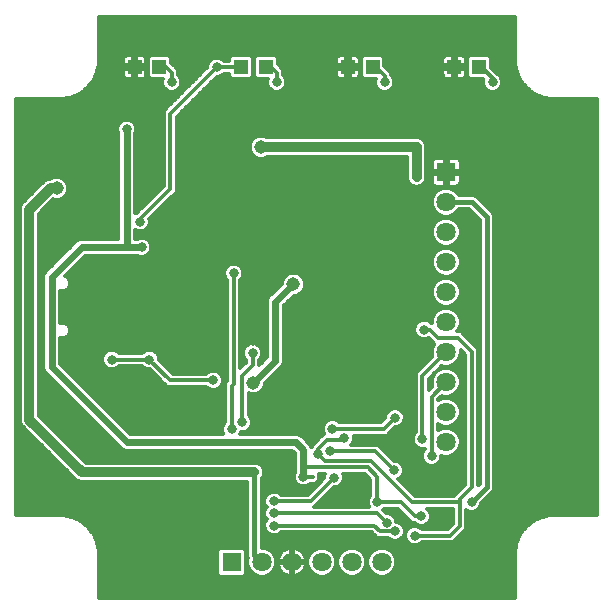
<source format=gbl>
G75*
%MOIN*%
%OFA0B0*%
%FSLAX25Y25*%
%IPPOS*%
%LPD*%
%AMOC8*
5,1,8,0,0,1.08239X$1,22.5*
%
%ADD10R,0.04724X0.04724*%
%ADD11R,0.06425X0.06425*%
%ADD12C,0.06425*%
%ADD13R,0.06437X0.06437*%
%ADD14C,0.06437*%
%ADD15C,0.03200*%
%ADD16C,0.01200*%
%ADD17C,0.03200*%
%ADD18C,0.04500*%
%ADD19C,0.01600*%
%ADD20C,0.02400*%
%ADD21C,0.01400*%
D10*
X0097114Y0241500D03*
X0105382Y0241500D03*
X0132646Y0241500D03*
X0140913Y0241500D03*
X0168177Y0241500D03*
X0176445Y0241500D03*
X0203705Y0241500D03*
X0211972Y0241500D03*
D11*
X0129543Y0076500D03*
D12*
X0139543Y0076500D03*
X0149543Y0076500D03*
X0159543Y0076500D03*
X0169543Y0076500D03*
X0179543Y0076500D03*
D13*
X0200961Y0206500D03*
D14*
X0200961Y0196500D03*
X0200961Y0186500D03*
X0200961Y0176500D03*
X0200961Y0166500D03*
X0200961Y0156500D03*
X0200961Y0146500D03*
X0200961Y0136500D03*
X0200961Y0126500D03*
X0200961Y0116500D03*
D15*
X0196106Y0111812D03*
X0192981Y0117437D03*
X0183918Y0124625D03*
X0177356Y0124625D03*
X0167043Y0117750D03*
X0162981Y0120875D03*
X0162356Y0113375D03*
X0158293Y0112437D03*
X0153293Y0104937D03*
X0163606Y0104625D03*
X0172981Y0104625D03*
X0177981Y0096500D03*
X0184543Y0091812D03*
X0181106Y0089625D03*
X0183918Y0086812D03*
X0190481Y0085250D03*
X0199543Y0090875D03*
X0192668Y0091812D03*
X0199543Y0101500D03*
X0209543Y0096500D03*
X0209231Y0083688D03*
X0219543Y0076500D03*
X0239543Y0096500D03*
X0187356Y0104000D03*
X0183606Y0107125D03*
X0161731Y0096500D03*
X0172981Y0085250D03*
X0143606Y0088687D03*
X0143606Y0092750D03*
X0143606Y0096812D03*
X0137043Y0106500D03*
X0129543Y0120875D03*
X0132981Y0123062D03*
X0117981Y0127437D03*
X0123293Y0137125D03*
X0136418Y0146188D03*
X0136731Y0150188D03*
X0152043Y0148125D03*
X0165981Y0144625D03*
X0151543Y0160125D03*
X0130168Y0172750D03*
X0110793Y0192125D03*
X0104856Y0192125D03*
X0098981Y0189937D03*
X0099543Y0181500D03*
X0075168Y0183375D03*
X0067043Y0185250D03*
X0080541Y0211085D03*
X0094543Y0220750D03*
X0109543Y0236500D03*
X0124543Y0241500D03*
X0144543Y0236500D03*
X0139418Y0220875D03*
X0127543Y0211500D03*
X0139419Y0207750D03*
X0152543Y0207750D03*
X0177981Y0202125D03*
X0191165Y0204835D03*
X0191165Y0208272D03*
X0193606Y0188687D03*
X0193606Y0181500D03*
X0193918Y0168375D03*
X0193918Y0161188D03*
X0193606Y0154000D03*
X0192981Y0146188D03*
X0164856Y0184937D03*
X0117356Y0202125D03*
X0069543Y0226500D03*
X0066106Y0220250D03*
X0089543Y0246500D03*
X0169231Y0230250D03*
X0180481Y0236500D03*
X0216418Y0236500D03*
X0219543Y0246500D03*
X0239543Y0226500D03*
X0102043Y0144000D03*
X0089543Y0144000D03*
X0081731Y0148375D03*
X0082043Y0156500D03*
X0066731Y0137750D03*
X0094543Y0130562D03*
X0119543Y0111500D03*
X0109543Y0106500D03*
X0069543Y0096500D03*
X0089543Y0076500D03*
D16*
X0085277Y0078226D02*
X0085277Y0064675D01*
X0223809Y0064675D01*
X0223809Y0078226D01*
X0223766Y0078276D01*
X0223809Y0078880D01*
X0223809Y0079486D01*
X0223856Y0079532D01*
X0223896Y0080087D01*
X0223825Y0080196D01*
X0223942Y0080732D01*
X0223981Y0081279D01*
X0224079Y0081364D01*
X0224211Y0081970D01*
X0224157Y0082089D01*
X0224349Y0082602D01*
X0224465Y0083138D01*
X0224575Y0083208D01*
X0224792Y0083789D01*
X0224755Y0083914D01*
X0225018Y0084396D01*
X0225209Y0084909D01*
X0225328Y0084963D01*
X0225625Y0085508D01*
X0225606Y0085637D01*
X0225935Y0086076D01*
X0226198Y0086557D01*
X0226323Y0086593D01*
X0226694Y0087090D01*
X0226694Y0087220D01*
X0227082Y0087608D01*
X0227411Y0088047D01*
X0227539Y0088065D01*
X0227978Y0088504D01*
X0227997Y0088633D01*
X0228435Y0088961D01*
X0228823Y0089349D01*
X0228953Y0089349D01*
X0229450Y0089721D01*
X0229486Y0089846D01*
X0229968Y0090108D01*
X0230407Y0090437D01*
X0230536Y0090418D01*
X0231080Y0090716D01*
X0231134Y0090834D01*
X0231648Y0091026D01*
X0232129Y0091288D01*
X0232254Y0091252D01*
X0232835Y0091468D01*
X0232905Y0091578D01*
X0233441Y0091695D01*
X0233955Y0091886D01*
X0234073Y0091832D01*
X0234679Y0091964D01*
X0234764Y0092062D01*
X0235311Y0092101D01*
X0235847Y0092218D01*
X0235957Y0092148D01*
X0236511Y0092187D01*
X0236558Y0092234D01*
X0237163Y0092234D01*
X0237767Y0092277D01*
X0237817Y0092234D01*
X0251369Y0092234D01*
X0251369Y0230766D01*
X0237817Y0230766D01*
X0237767Y0230723D01*
X0237163Y0230766D01*
X0236558Y0230766D01*
X0236511Y0230813D01*
X0235957Y0230852D01*
X0235847Y0230782D01*
X0235311Y0230899D01*
X0234764Y0230938D01*
X0234679Y0231036D01*
X0234073Y0231168D01*
X0233955Y0231114D01*
X0233441Y0231305D01*
X0232905Y0231422D01*
X0232835Y0231532D01*
X0232254Y0231748D01*
X0232129Y0231712D01*
X0231648Y0231974D01*
X0231134Y0232166D01*
X0231080Y0232284D01*
X0230536Y0232582D01*
X0230407Y0232563D01*
X0229968Y0232892D01*
X0229486Y0233154D01*
X0229450Y0233279D01*
X0228953Y0233651D01*
X0228823Y0233651D01*
X0228435Y0234039D01*
X0227997Y0234367D01*
X0227978Y0234496D01*
X0227539Y0234935D01*
X0227411Y0234953D01*
X0227082Y0235392D01*
X0226694Y0235780D01*
X0226694Y0235910D01*
X0226323Y0236406D01*
X0226198Y0236443D01*
X0225935Y0236924D01*
X0225606Y0237363D01*
X0225625Y0237492D01*
X0225328Y0238037D01*
X0225209Y0238091D01*
X0225018Y0238604D01*
X0224755Y0239086D01*
X0224792Y0239211D01*
X0224575Y0239792D01*
X0224465Y0239862D01*
X0224349Y0240398D01*
X0224157Y0240911D01*
X0224211Y0241030D01*
X0224079Y0241636D01*
X0223981Y0241721D01*
X0223942Y0242268D01*
X0223825Y0242804D01*
X0223896Y0242913D01*
X0223856Y0243468D01*
X0223809Y0243514D01*
X0223809Y0244120D01*
X0223766Y0244724D01*
X0223809Y0244774D01*
X0223809Y0258325D01*
X0085277Y0258325D01*
X0085277Y0244774D01*
X0085320Y0244724D01*
X0085277Y0244120D01*
X0085277Y0243514D01*
X0085230Y0243468D01*
X0085191Y0242913D01*
X0085261Y0242804D01*
X0085145Y0242268D01*
X0085106Y0241721D01*
X0085007Y0241636D01*
X0084875Y0241030D01*
X0084929Y0240911D01*
X0084738Y0240398D01*
X0084621Y0239862D01*
X0084512Y0239792D01*
X0084295Y0239211D01*
X0084332Y0239086D01*
X0084069Y0238604D01*
X0083877Y0238091D01*
X0083759Y0238037D01*
X0083462Y0237492D01*
X0083480Y0237363D01*
X0083152Y0236924D01*
X0082889Y0236443D01*
X0082764Y0236406D01*
X0082392Y0235910D01*
X0082392Y0235780D01*
X0082005Y0235392D01*
X0081676Y0234953D01*
X0081547Y0234935D01*
X0081109Y0234496D01*
X0081090Y0234367D01*
X0080651Y0234039D01*
X0080263Y0233651D01*
X0080133Y0233651D01*
X0079637Y0233279D01*
X0079600Y0233154D01*
X0079119Y0232892D01*
X0078680Y0232563D01*
X0078551Y0232582D01*
X0078007Y0232284D01*
X0077953Y0232166D01*
X0077439Y0231974D01*
X0076958Y0231712D01*
X0076833Y0231748D01*
X0076252Y0231532D01*
X0076181Y0231422D01*
X0075646Y0231305D01*
X0075132Y0231114D01*
X0075013Y0231168D01*
X0074407Y0231036D01*
X0074322Y0230938D01*
X0073775Y0230899D01*
X0073240Y0230782D01*
X0073130Y0230852D01*
X0072576Y0230813D01*
X0072529Y0230766D01*
X0071923Y0230766D01*
X0071319Y0230723D01*
X0071269Y0230766D01*
X0057718Y0230766D01*
X0057718Y0092234D01*
X0071269Y0092234D01*
X0071319Y0092277D01*
X0071923Y0092234D01*
X0072529Y0092234D01*
X0072576Y0092187D01*
X0073130Y0092148D01*
X0073240Y0092218D01*
X0073775Y0092101D01*
X0074322Y0092062D01*
X0074407Y0091964D01*
X0075013Y0091832D01*
X0075132Y0091886D01*
X0075646Y0091695D01*
X0076181Y0091578D01*
X0076252Y0091468D01*
X0076833Y0091252D01*
X0076958Y0091288D01*
X0077439Y0091026D01*
X0077953Y0090834D01*
X0078007Y0090716D01*
X0078551Y0090418D01*
X0078680Y0090437D01*
X0079119Y0090108D01*
X0079600Y0089846D01*
X0079637Y0089721D01*
X0080133Y0089349D01*
X0080263Y0089349D01*
X0080651Y0088961D01*
X0081090Y0088633D01*
X0081109Y0088504D01*
X0081547Y0088065D01*
X0081676Y0088047D01*
X0082005Y0087608D01*
X0082392Y0087220D01*
X0082392Y0087090D01*
X0082764Y0086593D01*
X0082889Y0086557D01*
X0083152Y0086076D01*
X0083480Y0085637D01*
X0083462Y0085508D01*
X0083759Y0084963D01*
X0083877Y0084909D01*
X0084069Y0084396D01*
X0084332Y0083914D01*
X0084295Y0083789D01*
X0084512Y0083208D01*
X0084621Y0083138D01*
X0084738Y0082602D01*
X0084929Y0082089D01*
X0084875Y0081970D01*
X0085007Y0081364D01*
X0085106Y0081279D01*
X0085145Y0080732D01*
X0085261Y0080196D01*
X0085191Y0080087D01*
X0085230Y0079532D01*
X0085277Y0079486D01*
X0085277Y0078880D01*
X0085320Y0078276D01*
X0085277Y0078226D01*
X0085320Y0078279D02*
X0124731Y0078279D01*
X0124731Y0077081D02*
X0085277Y0077081D01*
X0085277Y0075882D02*
X0124731Y0075882D01*
X0124731Y0074684D02*
X0085277Y0074684D01*
X0085277Y0073485D02*
X0124731Y0073485D01*
X0124731Y0072625D02*
X0125668Y0071687D01*
X0133419Y0071687D01*
X0134356Y0072625D01*
X0134356Y0080375D01*
X0133419Y0081313D01*
X0125668Y0081313D01*
X0124731Y0080375D01*
X0124731Y0072625D01*
X0125069Y0072287D02*
X0085277Y0072287D01*
X0085277Y0071088D02*
X0223809Y0071088D01*
X0223809Y0069890D02*
X0085277Y0069890D01*
X0085277Y0068691D02*
X0223809Y0068691D01*
X0223809Y0067493D02*
X0085277Y0067493D01*
X0085277Y0066294D02*
X0223809Y0066294D01*
X0223809Y0065096D02*
X0085277Y0065096D01*
X0085277Y0079478D02*
X0124731Y0079478D01*
X0125032Y0080676D02*
X0085157Y0080676D01*
X0084896Y0081875D02*
X0134643Y0081875D01*
X0134643Y0083073D02*
X0084635Y0083073D01*
X0084137Y0084272D02*
X0134643Y0084272D01*
X0134643Y0085470D02*
X0083482Y0085470D01*
X0082708Y0086669D02*
X0134643Y0086669D01*
X0134643Y0087867D02*
X0081810Y0087867D01*
X0080547Y0089066D02*
X0134643Y0089066D01*
X0134643Y0090264D02*
X0078911Y0090264D01*
X0076267Y0091463D02*
X0134643Y0091463D01*
X0134643Y0092661D02*
X0057718Y0092661D01*
X0057718Y0093860D02*
X0134643Y0093860D01*
X0134643Y0095058D02*
X0057718Y0095058D01*
X0057718Y0096257D02*
X0134643Y0096257D01*
X0134643Y0097455D02*
X0057718Y0097455D01*
X0057718Y0098654D02*
X0134643Y0098654D01*
X0134643Y0099852D02*
X0057718Y0099852D01*
X0057718Y0101051D02*
X0134643Y0101051D01*
X0134643Y0102249D02*
X0057718Y0102249D01*
X0057718Y0103448D02*
X0078550Y0103448D01*
X0078907Y0103300D02*
X0134643Y0103300D01*
X0134643Y0078523D01*
X0134908Y0077884D01*
X0134731Y0077457D01*
X0134731Y0075543D01*
X0135463Y0073774D01*
X0136817Y0072420D01*
X0138586Y0071687D01*
X0140501Y0071687D01*
X0142269Y0072420D01*
X0143623Y0073774D01*
X0144356Y0075543D01*
X0144356Y0077457D01*
X0143623Y0079226D01*
X0142269Y0080580D01*
X0140501Y0081313D01*
X0139443Y0081313D01*
X0139443Y0104375D01*
X0139756Y0104687D01*
X0140243Y0105863D01*
X0140243Y0107137D01*
X0139756Y0108313D01*
X0138856Y0109213D01*
X0137680Y0109700D01*
X0080869Y0109700D01*
X0065243Y0125325D01*
X0065243Y0192675D01*
X0069945Y0197376D01*
X0070340Y0197212D01*
X0071872Y0197212D01*
X0073287Y0197799D01*
X0074370Y0198882D01*
X0074956Y0200297D01*
X0074956Y0201828D01*
X0074370Y0203243D01*
X0073287Y0204326D01*
X0071872Y0204912D01*
X0070340Y0204912D01*
X0068925Y0204326D01*
X0068861Y0204262D01*
X0068469Y0204262D01*
X0067293Y0203775D01*
X0059330Y0195813D01*
X0058843Y0194637D01*
X0058843Y0123363D01*
X0059330Y0122187D01*
X0060231Y0121287D01*
X0077731Y0103787D01*
X0078907Y0103300D01*
X0076871Y0104646D02*
X0057718Y0104646D01*
X0057718Y0105845D02*
X0075673Y0105845D01*
X0074474Y0107043D02*
X0057718Y0107043D01*
X0057718Y0108242D02*
X0073276Y0108242D01*
X0072077Y0109440D02*
X0057718Y0109440D01*
X0057718Y0110639D02*
X0070879Y0110639D01*
X0069680Y0111837D02*
X0057718Y0111837D01*
X0057718Y0113036D02*
X0068482Y0113036D01*
X0067283Y0114234D02*
X0057718Y0114234D01*
X0057718Y0115433D02*
X0066085Y0115433D01*
X0064886Y0116632D02*
X0057718Y0116632D01*
X0057718Y0117830D02*
X0063688Y0117830D01*
X0062489Y0119029D02*
X0057718Y0119029D01*
X0057718Y0120227D02*
X0061291Y0120227D01*
X0060092Y0121426D02*
X0057718Y0121426D01*
X0057718Y0122624D02*
X0059150Y0122624D01*
X0058843Y0123823D02*
X0057718Y0123823D01*
X0057718Y0125021D02*
X0058843Y0125021D01*
X0058843Y0126220D02*
X0057718Y0126220D01*
X0057718Y0127418D02*
X0058843Y0127418D01*
X0058843Y0128617D02*
X0057718Y0128617D01*
X0057718Y0129815D02*
X0058843Y0129815D01*
X0058843Y0131014D02*
X0057718Y0131014D01*
X0057718Y0132212D02*
X0058843Y0132212D01*
X0058843Y0133411D02*
X0057718Y0133411D01*
X0057718Y0134609D02*
X0058843Y0134609D01*
X0058843Y0135808D02*
X0057718Y0135808D01*
X0057718Y0137006D02*
X0058843Y0137006D01*
X0058843Y0138205D02*
X0057718Y0138205D01*
X0057718Y0139403D02*
X0058843Y0139403D01*
X0058843Y0140602D02*
X0057718Y0140602D01*
X0057718Y0141800D02*
X0058843Y0141800D01*
X0058843Y0142999D02*
X0057718Y0142999D01*
X0057718Y0144197D02*
X0058843Y0144197D01*
X0058843Y0145396D02*
X0057718Y0145396D01*
X0057718Y0146594D02*
X0058843Y0146594D01*
X0058843Y0147793D02*
X0057718Y0147793D01*
X0057718Y0148991D02*
X0058843Y0148991D01*
X0058843Y0150190D02*
X0057718Y0150190D01*
X0057718Y0151388D02*
X0058843Y0151388D01*
X0058843Y0152587D02*
X0057718Y0152587D01*
X0057718Y0153785D02*
X0058843Y0153785D01*
X0058843Y0154984D02*
X0057718Y0154984D01*
X0057718Y0156182D02*
X0058843Y0156182D01*
X0058843Y0157381D02*
X0057718Y0157381D01*
X0057718Y0158579D02*
X0058843Y0158579D01*
X0058843Y0159778D02*
X0057718Y0159778D01*
X0057718Y0160976D02*
X0058843Y0160976D01*
X0058843Y0162175D02*
X0057718Y0162175D01*
X0057718Y0163373D02*
X0058843Y0163373D01*
X0058843Y0164572D02*
X0057718Y0164572D01*
X0057718Y0165770D02*
X0058843Y0165770D01*
X0058843Y0166969D02*
X0057718Y0166969D01*
X0057718Y0168168D02*
X0058843Y0168168D01*
X0058843Y0169366D02*
X0057718Y0169366D01*
X0057718Y0170565D02*
X0058843Y0170565D01*
X0058843Y0171763D02*
X0057718Y0171763D01*
X0057718Y0172962D02*
X0058843Y0172962D01*
X0058843Y0174160D02*
X0057718Y0174160D01*
X0057718Y0175359D02*
X0058843Y0175359D01*
X0058843Y0176557D02*
X0057718Y0176557D01*
X0057718Y0177756D02*
X0058843Y0177756D01*
X0058843Y0178954D02*
X0057718Y0178954D01*
X0057718Y0180153D02*
X0058843Y0180153D01*
X0058843Y0181351D02*
X0057718Y0181351D01*
X0057718Y0182550D02*
X0058843Y0182550D01*
X0058843Y0183748D02*
X0057718Y0183748D01*
X0057718Y0184947D02*
X0058843Y0184947D01*
X0058843Y0186145D02*
X0057718Y0186145D01*
X0057718Y0187344D02*
X0058843Y0187344D01*
X0058843Y0188542D02*
X0057718Y0188542D01*
X0057718Y0189741D02*
X0058843Y0189741D01*
X0058843Y0190939D02*
X0057718Y0190939D01*
X0057718Y0192138D02*
X0058843Y0192138D01*
X0058843Y0193336D02*
X0057718Y0193336D01*
X0057718Y0194535D02*
X0058843Y0194535D01*
X0059298Y0195733D02*
X0057718Y0195733D01*
X0057718Y0196932D02*
X0060450Y0196932D01*
X0061648Y0198130D02*
X0057718Y0198130D01*
X0057718Y0199329D02*
X0062847Y0199329D01*
X0064045Y0200527D02*
X0057718Y0200527D01*
X0057718Y0201726D02*
X0065244Y0201726D01*
X0066442Y0202924D02*
X0057718Y0202924D01*
X0057718Y0204123D02*
X0068132Y0204123D01*
X0073490Y0204123D02*
X0091743Y0204123D01*
X0091743Y0205321D02*
X0057718Y0205321D01*
X0057718Y0206520D02*
X0091743Y0206520D01*
X0091743Y0207718D02*
X0057718Y0207718D01*
X0057718Y0208917D02*
X0091743Y0208917D01*
X0091743Y0210115D02*
X0057718Y0210115D01*
X0057718Y0211314D02*
X0091743Y0211314D01*
X0091743Y0212512D02*
X0057718Y0212512D01*
X0057718Y0213711D02*
X0091743Y0213711D01*
X0091743Y0214909D02*
X0057718Y0214909D01*
X0057718Y0216108D02*
X0091743Y0216108D01*
X0091743Y0217306D02*
X0057718Y0217306D01*
X0057718Y0218505D02*
X0091743Y0218505D01*
X0091743Y0219148D02*
X0091743Y0184300D01*
X0078986Y0184300D01*
X0077957Y0183874D01*
X0067957Y0173874D01*
X0067170Y0173086D01*
X0066743Y0172057D01*
X0066743Y0140943D01*
X0067170Y0139914D01*
X0092170Y0114914D01*
X0092957Y0114126D01*
X0093986Y0113700D01*
X0149634Y0113700D01*
X0150493Y0112840D01*
X0150493Y0106540D01*
X0150093Y0105574D01*
X0150093Y0104301D01*
X0150580Y0103125D01*
X0151481Y0102225D01*
X0152657Y0101737D01*
X0153930Y0101737D01*
X0155106Y0102225D01*
X0155519Y0102637D01*
X0157371Y0102637D01*
X0158718Y0103985D01*
X0158718Y0105762D01*
X0160613Y0105762D01*
X0160406Y0105262D01*
X0160406Y0104536D01*
X0154882Y0099012D01*
X0145931Y0099012D01*
X0145418Y0099525D01*
X0144242Y0100012D01*
X0142969Y0100012D01*
X0141793Y0099525D01*
X0140893Y0098625D01*
X0140406Y0097449D01*
X0140406Y0096176D01*
X0140893Y0095000D01*
X0141112Y0094781D01*
X0140893Y0094563D01*
X0140406Y0093387D01*
X0140406Y0092113D01*
X0140893Y0090937D01*
X0141112Y0090719D01*
X0140893Y0090500D01*
X0140406Y0089324D01*
X0140406Y0088051D01*
X0140893Y0086875D01*
X0141793Y0085975D01*
X0142969Y0085488D01*
X0144242Y0085488D01*
X0145418Y0085975D01*
X0145931Y0086487D01*
X0176132Y0086487D01*
X0176718Y0085901D01*
X0178007Y0084613D01*
X0181593Y0084613D01*
X0182106Y0084100D01*
X0183282Y0083613D01*
X0184555Y0083613D01*
X0185731Y0084100D01*
X0186631Y0085000D01*
X0187118Y0086176D01*
X0187118Y0087449D01*
X0186631Y0088625D01*
X0185731Y0089525D01*
X0184555Y0090012D01*
X0184306Y0090012D01*
X0184306Y0090262D01*
X0183819Y0091438D01*
X0182918Y0092338D01*
X0181742Y0092825D01*
X0181017Y0092825D01*
X0179924Y0093918D01*
X0180206Y0094200D01*
X0184841Y0094200D01*
X0189528Y0089512D01*
X0190443Y0089512D01*
X0190856Y0089100D01*
X0192032Y0088612D01*
X0193305Y0088612D01*
X0194481Y0089100D01*
X0195381Y0090000D01*
X0195868Y0091176D01*
X0195868Y0092449D01*
X0195381Y0093625D01*
X0194706Y0094300D01*
X0203281Y0094300D01*
X0203281Y0089286D01*
X0201445Y0087450D01*
X0192806Y0087450D01*
X0192293Y0087963D01*
X0191117Y0088450D01*
X0189844Y0088450D01*
X0188668Y0087963D01*
X0187768Y0087063D01*
X0187281Y0085887D01*
X0187281Y0084613D01*
X0187768Y0083437D01*
X0188668Y0082537D01*
X0189844Y0082050D01*
X0191117Y0082050D01*
X0192293Y0082537D01*
X0192806Y0083050D01*
X0203267Y0083050D01*
X0207681Y0087464D01*
X0207681Y0093837D01*
X0207731Y0093787D01*
X0208907Y0093300D01*
X0210180Y0093300D01*
X0211356Y0093787D01*
X0212256Y0094687D01*
X0212743Y0095863D01*
X0212743Y0096306D01*
X0216578Y0100141D01*
X0216943Y0101023D01*
X0216943Y0191977D01*
X0216578Y0192859D01*
X0215903Y0193535D01*
X0210903Y0198535D01*
X0210021Y0198900D01*
X0205182Y0198900D01*
X0205046Y0199229D01*
X0203690Y0200585D01*
X0201919Y0201318D01*
X0200002Y0201318D01*
X0198231Y0200585D01*
X0196876Y0199229D01*
X0196142Y0197458D01*
X0196142Y0195542D01*
X0196876Y0193771D01*
X0198231Y0192415D01*
X0200002Y0191681D01*
X0201919Y0191681D01*
X0203690Y0192415D01*
X0205046Y0193771D01*
X0205182Y0194100D01*
X0208549Y0194100D01*
X0212143Y0190506D01*
X0212143Y0102494D01*
X0211743Y0102094D01*
X0211743Y0147411D01*
X0210455Y0148700D01*
X0205767Y0153387D01*
X0204662Y0153387D01*
X0205046Y0153771D01*
X0205779Y0155542D01*
X0205779Y0157458D01*
X0205046Y0159229D01*
X0203690Y0160585D01*
X0201919Y0161318D01*
X0200002Y0161318D01*
X0198231Y0160585D01*
X0196876Y0159229D01*
X0196142Y0157458D01*
X0196142Y0156200D01*
X0195931Y0156200D01*
X0195418Y0156713D01*
X0194242Y0157200D01*
X0192969Y0157200D01*
X0191793Y0156713D01*
X0190893Y0155813D01*
X0190406Y0154637D01*
X0190406Y0153363D01*
X0190893Y0152187D01*
X0191793Y0151287D01*
X0192969Y0150800D01*
X0194242Y0150800D01*
X0195181Y0151189D01*
X0196093Y0150276D01*
X0197008Y0149362D01*
X0196876Y0149229D01*
X0196142Y0147458D01*
X0196142Y0145542D01*
X0196361Y0145012D01*
X0190781Y0139431D01*
X0190781Y0119763D01*
X0190268Y0119250D01*
X0189781Y0118074D01*
X0189781Y0116801D01*
X0190268Y0115625D01*
X0191168Y0114725D01*
X0192344Y0114237D01*
X0193617Y0114237D01*
X0193906Y0114357D01*
X0193906Y0114138D01*
X0193393Y0113625D01*
X0192906Y0112449D01*
X0192906Y0111176D01*
X0193393Y0110000D01*
X0194293Y0109100D01*
X0195469Y0108612D01*
X0196742Y0108612D01*
X0197918Y0109100D01*
X0198819Y0110000D01*
X0199306Y0111176D01*
X0199306Y0111970D01*
X0200002Y0111681D01*
X0201919Y0111681D01*
X0203690Y0112415D01*
X0205046Y0113771D01*
X0205779Y0115542D01*
X0205779Y0117458D01*
X0205046Y0119229D01*
X0203690Y0120585D01*
X0201919Y0121318D01*
X0200002Y0121318D01*
X0198306Y0120616D01*
X0198306Y0122384D01*
X0200002Y0121681D01*
X0201919Y0121681D01*
X0203690Y0122415D01*
X0205046Y0123771D01*
X0205779Y0125542D01*
X0205779Y0127458D01*
X0205046Y0129229D01*
X0203690Y0130585D01*
X0201919Y0131318D01*
X0200002Y0131318D01*
X0198306Y0130616D01*
X0198306Y0130734D01*
X0199473Y0131901D01*
X0200002Y0131681D01*
X0201919Y0131681D01*
X0203690Y0132415D01*
X0205046Y0133771D01*
X0205779Y0135542D01*
X0205779Y0137458D01*
X0205046Y0139229D01*
X0203690Y0140585D01*
X0201919Y0141318D01*
X0200002Y0141318D01*
X0198231Y0140585D01*
X0196876Y0139229D01*
X0196142Y0137458D01*
X0196142Y0135542D01*
X0196361Y0135012D01*
X0195181Y0133831D01*
X0195181Y0137609D01*
X0199473Y0141901D01*
X0200002Y0141681D01*
X0201919Y0141681D01*
X0203690Y0142415D01*
X0205046Y0143771D01*
X0205779Y0145542D01*
X0205779Y0147153D01*
X0207343Y0145589D01*
X0207343Y0102411D01*
X0204570Y0099637D01*
X0203632Y0098700D01*
X0190455Y0098700D01*
X0184940Y0104214D01*
X0185418Y0104412D01*
X0186319Y0105312D01*
X0186806Y0106488D01*
X0186806Y0107762D01*
X0186319Y0108938D01*
X0185418Y0109838D01*
X0184242Y0110325D01*
X0183517Y0110325D01*
X0178267Y0115575D01*
X0169394Y0115575D01*
X0169756Y0115937D01*
X0170243Y0117113D01*
X0170243Y0118387D01*
X0170124Y0118675D01*
X0181080Y0118675D01*
X0183830Y0121425D01*
X0184555Y0121425D01*
X0185731Y0121912D01*
X0186631Y0122812D01*
X0187118Y0123988D01*
X0187118Y0125262D01*
X0186631Y0126438D01*
X0185731Y0127338D01*
X0184555Y0127825D01*
X0183282Y0127825D01*
X0182106Y0127338D01*
X0181205Y0126438D01*
X0180718Y0125262D01*
X0180718Y0124536D01*
X0179257Y0123075D01*
X0165306Y0123075D01*
X0164793Y0123588D01*
X0163617Y0124075D01*
X0162344Y0124075D01*
X0161168Y0123588D01*
X0160268Y0122688D01*
X0159781Y0121512D01*
X0159781Y0120238D01*
X0160170Y0119300D01*
X0158906Y0118036D01*
X0156093Y0115224D01*
X0156093Y0114763D01*
X0156033Y0114703D01*
X0155667Y0115586D01*
X0154879Y0116374D01*
X0153167Y0118086D01*
X0153167Y0118086D01*
X0152379Y0118874D01*
X0151350Y0119300D01*
X0132355Y0119300D01*
X0132588Y0119862D01*
X0133617Y0119862D01*
X0134793Y0120350D01*
X0135694Y0121250D01*
X0136181Y0122426D01*
X0136181Y0123699D01*
X0135694Y0124875D01*
X0135181Y0125388D01*
X0135181Y0132787D01*
X0135965Y0132463D01*
X0137497Y0132463D01*
X0138912Y0133049D01*
X0139995Y0134132D01*
X0140581Y0135547D01*
X0140581Y0136203D01*
X0146417Y0142039D01*
X0146843Y0143068D01*
X0146843Y0161965D01*
X0150153Y0165275D01*
X0150809Y0165275D01*
X0152224Y0165861D01*
X0153307Y0166944D01*
X0153893Y0168359D01*
X0153893Y0169891D01*
X0153307Y0171306D01*
X0152224Y0172389D01*
X0150809Y0172975D01*
X0149277Y0172975D01*
X0147862Y0172389D01*
X0146779Y0171306D01*
X0146193Y0169891D01*
X0146193Y0169235D01*
X0141670Y0164711D01*
X0141243Y0163682D01*
X0141243Y0144785D01*
X0138618Y0142160D01*
X0138618Y0143862D01*
X0139131Y0144375D01*
X0139618Y0145551D01*
X0139618Y0146824D01*
X0139131Y0148000D01*
X0138231Y0148900D01*
X0137055Y0149387D01*
X0135782Y0149387D01*
X0134606Y0148900D01*
X0133705Y0148000D01*
X0133218Y0146824D01*
X0133218Y0145551D01*
X0133705Y0144375D01*
X0134218Y0143862D01*
X0134218Y0143036D01*
X0132368Y0141186D01*
X0132368Y0170425D01*
X0132881Y0170937D01*
X0133368Y0172113D01*
X0133368Y0173387D01*
X0132881Y0174563D01*
X0131981Y0175463D01*
X0130805Y0175950D01*
X0129532Y0175950D01*
X0128356Y0175463D01*
X0127455Y0174563D01*
X0126968Y0173387D01*
X0126968Y0172113D01*
X0127455Y0170937D01*
X0127968Y0170425D01*
X0127968Y0136786D01*
X0127343Y0136161D01*
X0127343Y0123200D01*
X0126830Y0122688D01*
X0126343Y0121512D01*
X0126343Y0120238D01*
X0126732Y0119300D01*
X0095703Y0119300D01*
X0072343Y0142660D01*
X0072343Y0151104D01*
X0072494Y0151042D01*
X0073522Y0151042D01*
X0074472Y0151435D01*
X0075199Y0152162D01*
X0075592Y0153112D01*
X0075592Y0154140D01*
X0075199Y0155090D01*
X0074472Y0155817D01*
X0073522Y0156210D01*
X0072494Y0156210D01*
X0072343Y0156148D01*
X0072343Y0166852D01*
X0072494Y0166790D01*
X0073522Y0166790D01*
X0074472Y0167183D01*
X0075199Y0167910D01*
X0075592Y0168860D01*
X0075592Y0169888D01*
X0075199Y0170838D01*
X0074472Y0171565D01*
X0073833Y0171830D01*
X0080703Y0178700D01*
X0097941Y0178700D01*
X0098907Y0178300D01*
X0100180Y0178300D01*
X0101356Y0178787D01*
X0102256Y0179687D01*
X0102743Y0180863D01*
X0102743Y0182137D01*
X0102256Y0183313D01*
X0101356Y0184213D01*
X0100180Y0184700D01*
X0098907Y0184700D01*
X0097941Y0184300D01*
X0097343Y0184300D01*
X0097343Y0187152D01*
X0098344Y0186737D01*
X0099617Y0186737D01*
X0100793Y0187225D01*
X0101694Y0188125D01*
X0102181Y0189301D01*
X0102181Y0190574D01*
X0102048Y0190894D01*
X0111181Y0200026D01*
X0111181Y0225026D01*
X0124455Y0238300D01*
X0125180Y0238300D01*
X0126356Y0238787D01*
X0126869Y0239300D01*
X0128683Y0239300D01*
X0128683Y0238475D01*
X0129621Y0237538D01*
X0135671Y0237538D01*
X0136608Y0238475D01*
X0136608Y0244525D01*
X0135671Y0245462D01*
X0129621Y0245462D01*
X0128683Y0244525D01*
X0128683Y0243700D01*
X0126869Y0243700D01*
X0126356Y0244213D01*
X0125180Y0244700D01*
X0123907Y0244700D01*
X0122731Y0244213D01*
X0121830Y0243313D01*
X0121343Y0242137D01*
X0121343Y0241411D01*
X0108070Y0228137D01*
X0106781Y0226849D01*
X0106781Y0201849D01*
X0098070Y0193137D01*
X0097875Y0192943D01*
X0097343Y0192723D01*
X0097343Y0219148D01*
X0097743Y0220113D01*
X0097743Y0221387D01*
X0097256Y0222563D01*
X0096356Y0223463D01*
X0095180Y0223950D01*
X0093907Y0223950D01*
X0092731Y0223463D01*
X0091830Y0222563D01*
X0091343Y0221387D01*
X0091343Y0220113D01*
X0091743Y0219148D01*
X0091513Y0219703D02*
X0057718Y0219703D01*
X0057718Y0220902D02*
X0091343Y0220902D01*
X0091639Y0222101D02*
X0057718Y0222101D01*
X0057718Y0223299D02*
X0092567Y0223299D01*
X0096520Y0223299D02*
X0106781Y0223299D01*
X0106781Y0222101D02*
X0097448Y0222101D01*
X0097743Y0220902D02*
X0106781Y0220902D01*
X0106781Y0219703D02*
X0097573Y0219703D01*
X0097343Y0218505D02*
X0106781Y0218505D01*
X0106781Y0217306D02*
X0097343Y0217306D01*
X0097343Y0216108D02*
X0106781Y0216108D01*
X0106781Y0214909D02*
X0097343Y0214909D01*
X0097343Y0213711D02*
X0106781Y0213711D01*
X0106781Y0212512D02*
X0097343Y0212512D01*
X0097343Y0211314D02*
X0106781Y0211314D01*
X0106781Y0210115D02*
X0097343Y0210115D01*
X0097343Y0208917D02*
X0106781Y0208917D01*
X0106781Y0207718D02*
X0097343Y0207718D01*
X0097343Y0206520D02*
X0106781Y0206520D01*
X0106781Y0205321D02*
X0097343Y0205321D01*
X0097343Y0204123D02*
X0106781Y0204123D01*
X0106781Y0202924D02*
X0097343Y0202924D01*
X0097343Y0201726D02*
X0106658Y0201726D01*
X0105459Y0200527D02*
X0097343Y0200527D01*
X0097343Y0199329D02*
X0104261Y0199329D01*
X0103062Y0198130D02*
X0097343Y0198130D01*
X0097343Y0196932D02*
X0101864Y0196932D01*
X0100665Y0195733D02*
X0097343Y0195733D01*
X0097343Y0194535D02*
X0099467Y0194535D01*
X0098268Y0193336D02*
X0097343Y0193336D01*
X0098981Y0190937D02*
X0098981Y0189937D01*
X0098981Y0190937D02*
X0108981Y0200937D01*
X0108981Y0225937D01*
X0124543Y0241500D01*
X0132646Y0241500D01*
X0136608Y0241277D02*
X0136951Y0241277D01*
X0136951Y0242475D02*
X0136608Y0242475D01*
X0136608Y0243674D02*
X0136951Y0243674D01*
X0136951Y0244525D02*
X0136951Y0238475D01*
X0137888Y0237538D01*
X0141510Y0237538D01*
X0141343Y0237137D01*
X0141343Y0235863D01*
X0141830Y0234687D01*
X0142731Y0233787D01*
X0143907Y0233300D01*
X0145180Y0233300D01*
X0146356Y0233787D01*
X0147256Y0234687D01*
X0147743Y0235863D01*
X0147743Y0237137D01*
X0147256Y0238313D01*
X0146743Y0238825D01*
X0146743Y0240536D01*
X0145455Y0241825D01*
X0144876Y0242404D01*
X0144876Y0244525D01*
X0143938Y0245462D01*
X0137888Y0245462D01*
X0136951Y0244525D01*
X0137298Y0244872D02*
X0136261Y0244872D01*
X0140913Y0241500D02*
X0142668Y0241500D01*
X0144543Y0239625D01*
X0144543Y0236500D01*
X0141343Y0236483D02*
X0122637Y0236483D01*
X0123836Y0237681D02*
X0129477Y0237681D01*
X0128683Y0238880D02*
X0126448Y0238880D01*
X0121209Y0241277D02*
X0111003Y0241277D01*
X0110455Y0241825D02*
X0109344Y0242935D01*
X0109344Y0244525D01*
X0108407Y0245462D01*
X0102357Y0245462D01*
X0101420Y0244525D01*
X0101420Y0238475D01*
X0102357Y0237538D01*
X0106510Y0237538D01*
X0106343Y0237137D01*
X0106343Y0235863D01*
X0106830Y0234687D01*
X0107731Y0233787D01*
X0108907Y0233300D01*
X0110180Y0233300D01*
X0111356Y0233787D01*
X0112256Y0234687D01*
X0112743Y0235863D01*
X0112743Y0237137D01*
X0112256Y0238313D01*
X0111743Y0238825D01*
X0111743Y0240536D01*
X0110455Y0241825D01*
X0109804Y0242475D02*
X0121484Y0242475D01*
X0122192Y0243674D02*
X0109344Y0243674D01*
X0108997Y0244872D02*
X0129031Y0244872D01*
X0136608Y0240078D02*
X0136951Y0240078D01*
X0136951Y0238880D02*
X0136608Y0238880D01*
X0135814Y0237681D02*
X0137745Y0237681D01*
X0141583Y0235284D02*
X0121439Y0235284D01*
X0120240Y0234086D02*
X0142432Y0234086D01*
X0146654Y0234086D02*
X0178370Y0234086D01*
X0178668Y0233787D02*
X0179844Y0233300D01*
X0181117Y0233300D01*
X0182293Y0233787D01*
X0183194Y0234687D01*
X0183681Y0235863D01*
X0183681Y0237137D01*
X0183194Y0238313D01*
X0182681Y0238825D01*
X0182681Y0239599D01*
X0181392Y0240887D01*
X0180407Y0241872D01*
X0180407Y0244525D01*
X0179470Y0245462D01*
X0173420Y0245462D01*
X0172483Y0244525D01*
X0172483Y0238475D01*
X0173420Y0237538D01*
X0177447Y0237538D01*
X0177281Y0237137D01*
X0177281Y0235863D01*
X0177768Y0234687D01*
X0178668Y0233787D01*
X0177521Y0235284D02*
X0147503Y0235284D01*
X0147743Y0236483D02*
X0177281Y0236483D01*
X0180481Y0236500D02*
X0180481Y0238687D01*
X0177668Y0241500D01*
X0176445Y0241500D01*
X0172483Y0241277D02*
X0168758Y0241277D01*
X0168758Y0240919D02*
X0168758Y0242081D01*
X0167596Y0242081D01*
X0167596Y0240919D01*
X0164215Y0240919D01*
X0164215Y0238927D01*
X0164324Y0238520D01*
X0164535Y0238155D01*
X0164833Y0237857D01*
X0165197Y0237647D01*
X0165604Y0237538D01*
X0167596Y0237538D01*
X0167596Y0240919D01*
X0168758Y0240919D01*
X0168758Y0237538D01*
X0170750Y0237538D01*
X0171157Y0237647D01*
X0171522Y0237857D01*
X0171820Y0238155D01*
X0172030Y0238520D01*
X0172139Y0238927D01*
X0172139Y0240919D01*
X0168758Y0240919D01*
X0168758Y0240078D02*
X0167596Y0240078D01*
X0167596Y0238880D02*
X0168758Y0238880D01*
X0168758Y0237681D02*
X0167596Y0237681D01*
X0165138Y0237681D02*
X0147518Y0237681D01*
X0146743Y0238880D02*
X0164228Y0238880D01*
X0164215Y0240078D02*
X0146743Y0240078D01*
X0146003Y0241277D02*
X0167596Y0241277D01*
X0167596Y0242081D02*
X0164215Y0242081D01*
X0164215Y0244073D01*
X0164324Y0244480D01*
X0164535Y0244845D01*
X0164833Y0245143D01*
X0165197Y0245353D01*
X0165604Y0245462D01*
X0167596Y0245462D01*
X0167596Y0242081D01*
X0167596Y0242475D02*
X0168758Y0242475D01*
X0168758Y0242081D02*
X0168758Y0245462D01*
X0170750Y0245462D01*
X0171157Y0245353D01*
X0171522Y0245143D01*
X0171820Y0244845D01*
X0172030Y0244480D01*
X0172139Y0244073D01*
X0172139Y0242081D01*
X0168758Y0242081D01*
X0168758Y0243674D02*
X0167596Y0243674D01*
X0167596Y0244872D02*
X0168758Y0244872D01*
X0171792Y0244872D02*
X0172830Y0244872D01*
X0172483Y0243674D02*
X0172139Y0243674D01*
X0172139Y0242475D02*
X0172483Y0242475D01*
X0172483Y0240078D02*
X0172139Y0240078D01*
X0172127Y0238880D02*
X0172483Y0238880D01*
X0173277Y0237681D02*
X0171216Y0237681D01*
X0164215Y0242475D02*
X0144876Y0242475D01*
X0144876Y0243674D02*
X0164215Y0243674D01*
X0164562Y0244872D02*
X0144528Y0244872D01*
X0120010Y0240078D02*
X0111743Y0240078D01*
X0111743Y0238880D02*
X0118812Y0238880D01*
X0117613Y0237681D02*
X0112518Y0237681D01*
X0112743Y0236483D02*
X0116415Y0236483D01*
X0115216Y0235284D02*
X0112503Y0235284D01*
X0111654Y0234086D02*
X0114018Y0234086D01*
X0112819Y0232887D02*
X0079113Y0232887D01*
X0080714Y0234086D02*
X0107432Y0234086D01*
X0106583Y0235284D02*
X0081924Y0235284D01*
X0082910Y0236483D02*
X0106343Y0236483D01*
X0109543Y0236500D02*
X0109543Y0239625D01*
X0107668Y0241500D01*
X0105382Y0241500D01*
X0101420Y0241277D02*
X0097695Y0241277D01*
X0097695Y0240919D02*
X0097695Y0242081D01*
X0096533Y0242081D01*
X0096533Y0240919D01*
X0093152Y0240919D01*
X0093152Y0238927D01*
X0093261Y0238520D01*
X0093472Y0238155D01*
X0093770Y0237857D01*
X0094134Y0237647D01*
X0094541Y0237538D01*
X0096533Y0237538D01*
X0096533Y0240919D01*
X0097695Y0240919D01*
X0097695Y0237538D01*
X0099687Y0237538D01*
X0100094Y0237647D01*
X0100459Y0237857D01*
X0100757Y0238155D01*
X0100967Y0238520D01*
X0101076Y0238927D01*
X0101076Y0240919D01*
X0097695Y0240919D01*
X0097695Y0240078D02*
X0096533Y0240078D01*
X0096533Y0238880D02*
X0097695Y0238880D01*
X0097695Y0237681D02*
X0096533Y0237681D01*
X0094075Y0237681D02*
X0083565Y0237681D01*
X0084219Y0238880D02*
X0093165Y0238880D01*
X0093152Y0240078D02*
X0084668Y0240078D01*
X0084929Y0241277D02*
X0096533Y0241277D01*
X0096533Y0242081D02*
X0093152Y0242081D01*
X0093152Y0244073D01*
X0093261Y0244480D01*
X0093472Y0244845D01*
X0093770Y0245143D01*
X0094134Y0245353D01*
X0094541Y0245462D01*
X0096533Y0245462D01*
X0096533Y0242081D01*
X0096533Y0242475D02*
X0097695Y0242475D01*
X0097695Y0242081D02*
X0097695Y0245462D01*
X0099687Y0245462D01*
X0100094Y0245353D01*
X0100459Y0245143D01*
X0100757Y0244845D01*
X0100967Y0244480D01*
X0101076Y0244073D01*
X0101076Y0242081D01*
X0097695Y0242081D01*
X0097695Y0243674D02*
X0096533Y0243674D01*
X0096533Y0244872D02*
X0097695Y0244872D01*
X0100729Y0244872D02*
X0101767Y0244872D01*
X0101420Y0243674D02*
X0101076Y0243674D01*
X0101076Y0242475D02*
X0101420Y0242475D01*
X0101420Y0240078D02*
X0101076Y0240078D01*
X0101064Y0238880D02*
X0101420Y0238880D01*
X0102214Y0237681D02*
X0100153Y0237681D01*
X0093152Y0242475D02*
X0085190Y0242475D01*
X0085277Y0243674D02*
X0093152Y0243674D01*
X0093499Y0244872D02*
X0085277Y0244872D01*
X0085277Y0246071D02*
X0223809Y0246071D01*
X0223809Y0247269D02*
X0085277Y0247269D01*
X0085277Y0248468D02*
X0223809Y0248468D01*
X0223809Y0249666D02*
X0085277Y0249666D01*
X0085277Y0250865D02*
X0223809Y0250865D01*
X0223809Y0252063D02*
X0085277Y0252063D01*
X0085277Y0253262D02*
X0223809Y0253262D01*
X0223809Y0254460D02*
X0085277Y0254460D01*
X0085277Y0255659D02*
X0223809Y0255659D01*
X0223809Y0256857D02*
X0085277Y0256857D01*
X0085277Y0258056D02*
X0223809Y0258056D01*
X0223809Y0244872D02*
X0215587Y0244872D01*
X0215935Y0244525D02*
X0214997Y0245462D01*
X0208947Y0245462D01*
X0208010Y0244525D01*
X0208010Y0238475D01*
X0208947Y0237538D01*
X0213385Y0237538D01*
X0213218Y0237137D01*
X0213218Y0235863D01*
X0213705Y0234687D01*
X0214606Y0233787D01*
X0215782Y0233300D01*
X0217055Y0233300D01*
X0218231Y0233787D01*
X0219131Y0234687D01*
X0219618Y0235863D01*
X0219618Y0237137D01*
X0219131Y0238313D01*
X0218231Y0239213D01*
X0217951Y0239329D01*
X0217330Y0239950D01*
X0215935Y0241345D01*
X0215935Y0244525D01*
X0215935Y0243674D02*
X0223809Y0243674D01*
X0223897Y0242475D02*
X0215935Y0242475D01*
X0216003Y0241277D02*
X0224158Y0241277D01*
X0224418Y0240078D02*
X0217201Y0240078D01*
X0218564Y0238880D02*
X0224867Y0238880D01*
X0225522Y0237681D02*
X0219393Y0237681D01*
X0219618Y0236483D02*
X0226176Y0236483D01*
X0227163Y0235284D02*
X0219378Y0235284D01*
X0218529Y0234086D02*
X0228373Y0234086D01*
X0229974Y0232887D02*
X0119042Y0232887D01*
X0117843Y0231689D02*
X0232414Y0231689D01*
X0216418Y0236500D02*
X0216418Y0237750D01*
X0212668Y0241500D01*
X0211972Y0241500D01*
X0208010Y0241277D02*
X0204286Y0241277D01*
X0204286Y0240919D02*
X0204286Y0242081D01*
X0207667Y0242081D01*
X0207667Y0244073D01*
X0207558Y0244480D01*
X0207347Y0244845D01*
X0207049Y0245143D01*
X0206684Y0245353D01*
X0206278Y0245462D01*
X0204286Y0245462D01*
X0204286Y0242081D01*
X0203124Y0242081D01*
X0203124Y0245462D01*
X0201132Y0245462D01*
X0200725Y0245353D01*
X0200360Y0245143D01*
X0200062Y0244845D01*
X0199852Y0244480D01*
X0199743Y0244073D01*
X0199743Y0242081D01*
X0203124Y0242081D01*
X0203124Y0240919D01*
X0204286Y0240919D01*
X0207667Y0240919D01*
X0207667Y0238927D01*
X0207558Y0238520D01*
X0207347Y0238155D01*
X0207049Y0237857D01*
X0206684Y0237647D01*
X0206278Y0237538D01*
X0204286Y0237538D01*
X0204286Y0240919D01*
X0204286Y0240078D02*
X0203124Y0240078D01*
X0203124Y0240919D02*
X0203124Y0237538D01*
X0201132Y0237538D01*
X0200725Y0237647D01*
X0200360Y0237857D01*
X0200062Y0238155D01*
X0199852Y0238520D01*
X0199743Y0238927D01*
X0199743Y0240919D01*
X0203124Y0240919D01*
X0203124Y0241277D02*
X0181003Y0241277D01*
X0180407Y0242475D02*
X0199743Y0242475D01*
X0199743Y0243674D02*
X0180407Y0243674D01*
X0180060Y0244872D02*
X0200090Y0244872D01*
X0203124Y0244872D02*
X0204286Y0244872D01*
X0204286Y0243674D02*
X0203124Y0243674D01*
X0203124Y0242475D02*
X0204286Y0242475D01*
X0207667Y0242475D02*
X0208010Y0242475D01*
X0208010Y0243674D02*
X0207667Y0243674D01*
X0207320Y0244872D02*
X0208358Y0244872D01*
X0208010Y0240078D02*
X0207667Y0240078D01*
X0207654Y0238880D02*
X0208010Y0238880D01*
X0208804Y0237681D02*
X0206744Y0237681D01*
X0204286Y0237681D02*
X0203124Y0237681D01*
X0203124Y0238880D02*
X0204286Y0238880D01*
X0200665Y0237681D02*
X0183455Y0237681D01*
X0183681Y0236483D02*
X0213218Y0236483D01*
X0213458Y0235284D02*
X0183441Y0235284D01*
X0182592Y0234086D02*
X0214307Y0234086D01*
X0199755Y0238880D02*
X0182681Y0238880D01*
X0182201Y0240078D02*
X0199743Y0240078D01*
X0191802Y0218035D02*
X0141535Y0218035D01*
X0141471Y0218099D01*
X0140056Y0218685D01*
X0138525Y0218685D01*
X0137110Y0218099D01*
X0136027Y0217015D01*
X0135441Y0215600D01*
X0135441Y0214069D01*
X0136027Y0212654D01*
X0137110Y0211571D01*
X0138525Y0210985D01*
X0140056Y0210985D01*
X0141471Y0211571D01*
X0141535Y0211635D01*
X0187965Y0211635D01*
X0187965Y0204198D01*
X0188453Y0203022D01*
X0189353Y0202122D01*
X0190529Y0201635D01*
X0191802Y0201635D01*
X0192978Y0202122D01*
X0193878Y0203022D01*
X0194365Y0204198D01*
X0194365Y0215471D01*
X0193878Y0216647D01*
X0192978Y0217547D01*
X0191802Y0218035D01*
X0193219Y0217306D02*
X0251369Y0217306D01*
X0251369Y0216108D02*
X0194102Y0216108D01*
X0194365Y0214909D02*
X0251369Y0214909D01*
X0251369Y0213711D02*
X0194365Y0213711D01*
X0194365Y0212512D02*
X0251369Y0212512D01*
X0251369Y0211314D02*
X0204407Y0211314D01*
X0204390Y0211318D02*
X0201433Y0211318D01*
X0201433Y0206973D01*
X0200488Y0206973D01*
X0200488Y0211318D01*
X0197531Y0211318D01*
X0197125Y0211209D01*
X0196760Y0210999D01*
X0196462Y0210701D01*
X0196251Y0210336D01*
X0196142Y0209929D01*
X0196142Y0206973D01*
X0200488Y0206973D01*
X0200488Y0206027D01*
X0201433Y0206027D01*
X0201433Y0201681D01*
X0204390Y0201681D01*
X0204797Y0201791D01*
X0205162Y0202001D01*
X0205459Y0202299D01*
X0205670Y0202664D01*
X0205779Y0203071D01*
X0205779Y0206027D01*
X0201434Y0206027D01*
X0201434Y0206973D01*
X0205779Y0206973D01*
X0205779Y0209929D01*
X0205670Y0210336D01*
X0205459Y0210701D01*
X0205162Y0210999D01*
X0204797Y0211209D01*
X0204390Y0211318D01*
X0205729Y0210115D02*
X0251369Y0210115D01*
X0251369Y0208917D02*
X0205779Y0208917D01*
X0205779Y0207718D02*
X0251369Y0207718D01*
X0251369Y0206520D02*
X0201434Y0206520D01*
X0200488Y0206520D02*
X0194365Y0206520D01*
X0194365Y0207718D02*
X0196142Y0207718D01*
X0196142Y0208917D02*
X0194365Y0208917D01*
X0194365Y0210115D02*
X0196192Y0210115D01*
X0197514Y0211314D02*
X0194365Y0211314D01*
X0196142Y0206027D02*
X0196142Y0203071D01*
X0196251Y0202664D01*
X0196462Y0202299D01*
X0196760Y0202001D01*
X0197125Y0201791D01*
X0197531Y0201681D01*
X0200488Y0201681D01*
X0200488Y0206027D01*
X0196142Y0206027D01*
X0196142Y0205321D02*
X0194365Y0205321D01*
X0194334Y0204123D02*
X0196142Y0204123D01*
X0196181Y0202924D02*
X0193781Y0202924D01*
X0192022Y0201726D02*
X0197366Y0201726D01*
X0198174Y0200527D02*
X0111181Y0200527D01*
X0111181Y0201726D02*
X0190309Y0201726D01*
X0188550Y0202924D02*
X0111181Y0202924D01*
X0111181Y0204123D02*
X0187997Y0204123D01*
X0187965Y0205321D02*
X0111181Y0205321D01*
X0111181Y0206520D02*
X0187965Y0206520D01*
X0187965Y0207718D02*
X0111181Y0207718D01*
X0111181Y0208917D02*
X0187965Y0208917D01*
X0187965Y0210115D02*
X0111181Y0210115D01*
X0111181Y0211314D02*
X0137730Y0211314D01*
X0136168Y0212512D02*
X0111181Y0212512D01*
X0111181Y0213711D02*
X0135589Y0213711D01*
X0135441Y0214909D02*
X0111181Y0214909D01*
X0111181Y0216108D02*
X0135651Y0216108D01*
X0136318Y0217306D02*
X0111181Y0217306D01*
X0111181Y0218505D02*
X0138091Y0218505D01*
X0140490Y0218505D02*
X0251369Y0218505D01*
X0251369Y0219703D02*
X0111181Y0219703D01*
X0111181Y0220902D02*
X0251369Y0220902D01*
X0251369Y0222101D02*
X0111181Y0222101D01*
X0111181Y0223299D02*
X0251369Y0223299D01*
X0251369Y0224498D02*
X0111181Y0224498D01*
X0111851Y0225696D02*
X0251369Y0225696D01*
X0251369Y0226895D02*
X0113049Y0226895D01*
X0114248Y0228093D02*
X0251369Y0228093D01*
X0251369Y0229292D02*
X0115446Y0229292D01*
X0116645Y0230490D02*
X0251369Y0230490D01*
X0251369Y0205321D02*
X0205779Y0205321D01*
X0205779Y0204123D02*
X0251369Y0204123D01*
X0251369Y0202924D02*
X0205740Y0202924D01*
X0204555Y0201726D02*
X0251369Y0201726D01*
X0251369Y0200527D02*
X0203748Y0200527D01*
X0204946Y0199329D02*
X0251369Y0199329D01*
X0251369Y0198130D02*
X0211307Y0198130D01*
X0212506Y0196932D02*
X0251369Y0196932D01*
X0251369Y0195733D02*
X0213704Y0195733D01*
X0214903Y0194535D02*
X0251369Y0194535D01*
X0251369Y0193336D02*
X0216101Y0193336D01*
X0216877Y0192138D02*
X0251369Y0192138D01*
X0251369Y0190939D02*
X0216943Y0190939D01*
X0216943Y0189741D02*
X0251369Y0189741D01*
X0251369Y0188542D02*
X0216943Y0188542D01*
X0216943Y0187344D02*
X0251369Y0187344D01*
X0251369Y0186145D02*
X0216943Y0186145D01*
X0216943Y0184947D02*
X0251369Y0184947D01*
X0251369Y0183748D02*
X0216943Y0183748D01*
X0216943Y0182550D02*
X0251369Y0182550D01*
X0251369Y0181351D02*
X0216943Y0181351D01*
X0216943Y0180153D02*
X0251369Y0180153D01*
X0251369Y0178954D02*
X0216943Y0178954D01*
X0216943Y0177756D02*
X0251369Y0177756D01*
X0251369Y0176557D02*
X0216943Y0176557D01*
X0216943Y0175359D02*
X0251369Y0175359D01*
X0251369Y0174160D02*
X0216943Y0174160D01*
X0216943Y0172962D02*
X0251369Y0172962D01*
X0251369Y0171763D02*
X0216943Y0171763D01*
X0216943Y0170565D02*
X0251369Y0170565D01*
X0251369Y0169366D02*
X0216943Y0169366D01*
X0216943Y0168168D02*
X0251369Y0168168D01*
X0251369Y0166969D02*
X0216943Y0166969D01*
X0216943Y0165770D02*
X0251369Y0165770D01*
X0251369Y0164572D02*
X0216943Y0164572D01*
X0216943Y0163373D02*
X0251369Y0163373D01*
X0251369Y0162175D02*
X0216943Y0162175D01*
X0216943Y0160976D02*
X0251369Y0160976D01*
X0251369Y0159778D02*
X0216943Y0159778D01*
X0216943Y0158579D02*
X0251369Y0158579D01*
X0251369Y0157381D02*
X0216943Y0157381D01*
X0216943Y0156182D02*
X0251369Y0156182D01*
X0251369Y0154984D02*
X0216943Y0154984D01*
X0216943Y0153785D02*
X0251369Y0153785D01*
X0251369Y0152587D02*
X0216943Y0152587D01*
X0216943Y0151388D02*
X0251369Y0151388D01*
X0251369Y0150190D02*
X0216943Y0150190D01*
X0216943Y0148991D02*
X0251369Y0148991D01*
X0251369Y0147793D02*
X0216943Y0147793D01*
X0216943Y0146594D02*
X0251369Y0146594D01*
X0251369Y0145396D02*
X0216943Y0145396D01*
X0216943Y0144197D02*
X0251369Y0144197D01*
X0251369Y0142999D02*
X0216943Y0142999D01*
X0216943Y0141800D02*
X0251369Y0141800D01*
X0251369Y0140602D02*
X0216943Y0140602D01*
X0216943Y0139403D02*
X0251369Y0139403D01*
X0251369Y0138205D02*
X0216943Y0138205D01*
X0216943Y0137006D02*
X0251369Y0137006D01*
X0251369Y0135808D02*
X0216943Y0135808D01*
X0216943Y0134609D02*
X0251369Y0134609D01*
X0251369Y0133411D02*
X0216943Y0133411D01*
X0216943Y0132212D02*
X0251369Y0132212D01*
X0251369Y0131014D02*
X0216943Y0131014D01*
X0216943Y0129815D02*
X0251369Y0129815D01*
X0251369Y0128617D02*
X0216943Y0128617D01*
X0216943Y0127418D02*
X0251369Y0127418D01*
X0251369Y0126220D02*
X0216943Y0126220D01*
X0216943Y0125021D02*
X0251369Y0125021D01*
X0251369Y0123823D02*
X0216943Y0123823D01*
X0216943Y0122624D02*
X0251369Y0122624D01*
X0251369Y0121426D02*
X0216943Y0121426D01*
X0216943Y0120227D02*
X0251369Y0120227D01*
X0251369Y0119029D02*
X0216943Y0119029D01*
X0216943Y0117830D02*
X0251369Y0117830D01*
X0251369Y0116632D02*
X0216943Y0116632D01*
X0216943Y0115433D02*
X0251369Y0115433D01*
X0251369Y0114234D02*
X0216943Y0114234D01*
X0216943Y0113036D02*
X0251369Y0113036D01*
X0251369Y0111837D02*
X0216943Y0111837D01*
X0216943Y0110639D02*
X0251369Y0110639D01*
X0251369Y0109440D02*
X0216943Y0109440D01*
X0216943Y0108242D02*
X0251369Y0108242D01*
X0251369Y0107043D02*
X0216943Y0107043D01*
X0216943Y0105845D02*
X0251369Y0105845D01*
X0251369Y0104646D02*
X0216943Y0104646D01*
X0216943Y0103448D02*
X0251369Y0103448D01*
X0251369Y0102249D02*
X0216943Y0102249D01*
X0216943Y0101051D02*
X0251369Y0101051D01*
X0251369Y0099852D02*
X0216290Y0099852D01*
X0215091Y0098654D02*
X0251369Y0098654D01*
X0251369Y0097455D02*
X0213893Y0097455D01*
X0212743Y0096257D02*
X0251369Y0096257D01*
X0251369Y0095058D02*
X0212410Y0095058D01*
X0211429Y0093860D02*
X0251369Y0093860D01*
X0251369Y0092661D02*
X0207681Y0092661D01*
X0207681Y0091463D02*
X0232820Y0091463D01*
X0230176Y0090264D02*
X0207681Y0090264D01*
X0207681Y0089066D02*
X0228540Y0089066D01*
X0227276Y0087867D02*
X0207681Y0087867D01*
X0206886Y0086669D02*
X0226379Y0086669D01*
X0225604Y0085470D02*
X0205687Y0085470D01*
X0204489Y0084272D02*
X0224950Y0084272D01*
X0224451Y0083073D02*
X0203290Y0083073D01*
X0202356Y0085250D02*
X0205481Y0088375D01*
X0205481Y0095875D01*
X0204856Y0096500D01*
X0189543Y0096500D01*
X0175793Y0110250D01*
X0160481Y0110250D01*
X0158293Y0112437D01*
X0158293Y0114312D01*
X0161106Y0117125D01*
X0166418Y0117125D01*
X0167043Y0117750D01*
X0170243Y0117830D02*
X0189781Y0117830D01*
X0189851Y0116632D02*
X0170044Y0116632D01*
X0177356Y0113375D02*
X0162356Y0113375D01*
X0157501Y0116632D02*
X0154622Y0116632D01*
X0154879Y0116374D02*
X0154879Y0116374D01*
X0155730Y0115433D02*
X0156303Y0115433D01*
X0158700Y0117830D02*
X0153423Y0117830D01*
X0152006Y0119029D02*
X0159898Y0119029D01*
X0159786Y0120227D02*
X0134497Y0120227D01*
X0135766Y0121426D02*
X0159781Y0121426D01*
X0160242Y0122624D02*
X0136181Y0122624D01*
X0136130Y0123823D02*
X0161735Y0123823D01*
X0164227Y0123823D02*
X0180005Y0123823D01*
X0180718Y0125021D02*
X0135548Y0125021D01*
X0135181Y0126220D02*
X0181115Y0126220D01*
X0182300Y0127418D02*
X0135181Y0127418D01*
X0135181Y0128617D02*
X0190781Y0128617D01*
X0190781Y0129815D02*
X0135181Y0129815D01*
X0135181Y0131014D02*
X0190781Y0131014D01*
X0190781Y0132212D02*
X0135181Y0132212D01*
X0139274Y0133411D02*
X0190781Y0133411D01*
X0190781Y0134609D02*
X0140192Y0134609D01*
X0140581Y0135808D02*
X0190781Y0135808D01*
X0190781Y0137006D02*
X0141384Y0137006D01*
X0142583Y0138205D02*
X0190781Y0138205D01*
X0190781Y0139403D02*
X0143781Y0139403D01*
X0144980Y0140602D02*
X0191951Y0140602D01*
X0193150Y0141800D02*
X0146178Y0141800D01*
X0146815Y0142999D02*
X0194348Y0142999D01*
X0195547Y0144197D02*
X0146843Y0144197D01*
X0146843Y0145396D02*
X0196202Y0145396D01*
X0196142Y0146594D02*
X0146843Y0146594D01*
X0146843Y0147793D02*
X0196281Y0147793D01*
X0196777Y0148991D02*
X0146843Y0148991D01*
X0146843Y0150190D02*
X0196180Y0150190D01*
X0198293Y0151188D02*
X0195481Y0154000D01*
X0193606Y0154000D01*
X0191263Y0156182D02*
X0146843Y0156182D01*
X0146843Y0154984D02*
X0190550Y0154984D01*
X0190406Y0153785D02*
X0146843Y0153785D01*
X0146843Y0152587D02*
X0190727Y0152587D01*
X0191692Y0151388D02*
X0146843Y0151388D01*
X0141243Y0151388D02*
X0132368Y0151388D01*
X0132368Y0150190D02*
X0141243Y0150190D01*
X0141243Y0148991D02*
X0138011Y0148991D01*
X0139217Y0147793D02*
X0141243Y0147793D01*
X0141243Y0146594D02*
X0139618Y0146594D01*
X0139554Y0145396D02*
X0141243Y0145396D01*
X0140656Y0144197D02*
X0138954Y0144197D01*
X0138618Y0142999D02*
X0139457Y0142999D01*
X0136418Y0142125D02*
X0132981Y0138688D01*
X0132981Y0123062D01*
X0129543Y0120875D02*
X0129543Y0135250D01*
X0130168Y0135875D01*
X0130168Y0172750D01*
X0127828Y0170565D02*
X0075312Y0170565D01*
X0075592Y0169366D02*
X0127968Y0169366D01*
X0127968Y0168168D02*
X0075305Y0168168D01*
X0073955Y0166969D02*
X0127968Y0166969D01*
X0127968Y0165770D02*
X0072343Y0165770D01*
X0072343Y0164572D02*
X0127968Y0164572D01*
X0127968Y0163373D02*
X0072343Y0163373D01*
X0072343Y0162175D02*
X0127968Y0162175D01*
X0127968Y0160976D02*
X0072343Y0160976D01*
X0072343Y0159778D02*
X0127968Y0159778D01*
X0127968Y0158579D02*
X0072343Y0158579D01*
X0072343Y0157381D02*
X0127968Y0157381D01*
X0127968Y0156182D02*
X0073589Y0156182D01*
X0072427Y0156182D02*
X0072343Y0156182D01*
X0075243Y0154984D02*
X0127968Y0154984D01*
X0127968Y0153785D02*
X0075592Y0153785D01*
X0075375Y0152587D02*
X0127968Y0152587D01*
X0127968Y0151388D02*
X0074359Y0151388D01*
X0072343Y0150190D02*
X0127968Y0150190D01*
X0127968Y0148991D02*
X0072343Y0148991D01*
X0072343Y0147793D02*
X0127968Y0147793D01*
X0127968Y0146594D02*
X0103974Y0146594D01*
X0103856Y0146713D02*
X0102680Y0147200D01*
X0101407Y0147200D01*
X0100231Y0146713D01*
X0099718Y0146200D01*
X0091869Y0146200D01*
X0091356Y0146713D01*
X0090180Y0147200D01*
X0088907Y0147200D01*
X0087731Y0146713D01*
X0086830Y0145813D01*
X0086343Y0144637D01*
X0086343Y0143363D01*
X0086830Y0142187D01*
X0087731Y0141287D01*
X0088907Y0140800D01*
X0090180Y0140800D01*
X0091356Y0141287D01*
X0091869Y0141800D01*
X0099718Y0141800D01*
X0100231Y0141287D01*
X0101407Y0140800D01*
X0102132Y0140800D01*
X0106718Y0136214D01*
X0108007Y0134925D01*
X0120968Y0134925D01*
X0121481Y0134412D01*
X0122657Y0133925D01*
X0123930Y0133925D01*
X0125106Y0134412D01*
X0126006Y0135312D01*
X0126493Y0136488D01*
X0126493Y0137762D01*
X0126006Y0138938D01*
X0125106Y0139838D01*
X0123930Y0140325D01*
X0122657Y0140325D01*
X0121481Y0139838D01*
X0120968Y0139325D01*
X0109830Y0139325D01*
X0105243Y0143911D01*
X0105243Y0144637D01*
X0104756Y0145813D01*
X0103856Y0146713D01*
X0104929Y0145396D02*
X0127968Y0145396D01*
X0127968Y0144197D02*
X0105243Y0144197D01*
X0106156Y0142999D02*
X0127968Y0142999D01*
X0127968Y0141800D02*
X0107354Y0141800D01*
X0108553Y0140602D02*
X0127968Y0140602D01*
X0127968Y0139403D02*
X0125541Y0139403D01*
X0126310Y0138205D02*
X0127968Y0138205D01*
X0127968Y0137006D02*
X0126493Y0137006D01*
X0126211Y0135808D02*
X0127343Y0135808D01*
X0127343Y0134609D02*
X0125303Y0134609D01*
X0127343Y0133411D02*
X0081592Y0133411D01*
X0080394Y0134609D02*
X0121284Y0134609D01*
X0123293Y0137125D02*
X0108918Y0137125D01*
X0102043Y0144000D01*
X0089543Y0144000D01*
X0087218Y0141800D02*
X0073203Y0141800D01*
X0072343Y0142999D02*
X0086494Y0142999D01*
X0086343Y0144197D02*
X0072343Y0144197D01*
X0072343Y0145396D02*
X0086658Y0145396D01*
X0087612Y0146594D02*
X0072343Y0146594D01*
X0066743Y0146594D02*
X0065243Y0146594D01*
X0065243Y0145396D02*
X0066743Y0145396D01*
X0066743Y0144197D02*
X0065243Y0144197D01*
X0065243Y0142999D02*
X0066743Y0142999D01*
X0066743Y0141800D02*
X0065243Y0141800D01*
X0065243Y0140602D02*
X0066885Y0140602D01*
X0067680Y0139403D02*
X0065243Y0139403D01*
X0065243Y0138205D02*
X0068879Y0138205D01*
X0070077Y0137006D02*
X0065243Y0137006D01*
X0065243Y0135808D02*
X0071276Y0135808D01*
X0072474Y0134609D02*
X0065243Y0134609D01*
X0065243Y0133411D02*
X0073673Y0133411D01*
X0074871Y0132212D02*
X0065243Y0132212D01*
X0065243Y0131014D02*
X0076070Y0131014D01*
X0077268Y0129815D02*
X0065243Y0129815D01*
X0065243Y0128617D02*
X0078467Y0128617D01*
X0079665Y0127418D02*
X0065243Y0127418D01*
X0065243Y0126220D02*
X0080864Y0126220D01*
X0082062Y0125021D02*
X0065548Y0125021D01*
X0066746Y0123823D02*
X0083261Y0123823D01*
X0084459Y0122624D02*
X0067945Y0122624D01*
X0069143Y0121426D02*
X0085658Y0121426D01*
X0086856Y0120227D02*
X0070342Y0120227D01*
X0071540Y0119029D02*
X0088055Y0119029D01*
X0089253Y0117830D02*
X0072739Y0117830D01*
X0073937Y0116632D02*
X0090452Y0116632D01*
X0091650Y0115433D02*
X0075136Y0115433D01*
X0076334Y0114234D02*
X0092849Y0114234D01*
X0094776Y0120227D02*
X0126348Y0120227D01*
X0126343Y0121426D02*
X0093578Y0121426D01*
X0092379Y0122624D02*
X0126804Y0122624D01*
X0127343Y0123823D02*
X0091180Y0123823D01*
X0089982Y0125021D02*
X0127343Y0125021D01*
X0127343Y0126220D02*
X0088783Y0126220D01*
X0087585Y0127418D02*
X0127343Y0127418D01*
X0127343Y0128617D02*
X0086386Y0128617D01*
X0085188Y0129815D02*
X0127343Y0129815D01*
X0127343Y0131014D02*
X0083989Y0131014D01*
X0082791Y0132212D02*
X0127343Y0132212D01*
X0121046Y0139403D02*
X0109751Y0139403D01*
X0107124Y0135808D02*
X0079195Y0135808D01*
X0077997Y0137006D02*
X0105926Y0137006D01*
X0104727Y0138205D02*
X0076798Y0138205D01*
X0075600Y0139403D02*
X0103529Y0139403D01*
X0102330Y0140602D02*
X0074401Y0140602D01*
X0066743Y0147793D02*
X0065243Y0147793D01*
X0065243Y0148991D02*
X0066743Y0148991D01*
X0066743Y0150190D02*
X0065243Y0150190D01*
X0065243Y0151388D02*
X0066743Y0151388D01*
X0066743Y0152587D02*
X0065243Y0152587D01*
X0065243Y0153785D02*
X0066743Y0153785D01*
X0066743Y0154984D02*
X0065243Y0154984D01*
X0065243Y0156182D02*
X0066743Y0156182D01*
X0066743Y0157381D02*
X0065243Y0157381D01*
X0065243Y0158579D02*
X0066743Y0158579D01*
X0066743Y0159778D02*
X0065243Y0159778D01*
X0065243Y0160976D02*
X0066743Y0160976D01*
X0066743Y0162175D02*
X0065243Y0162175D01*
X0065243Y0163373D02*
X0066743Y0163373D01*
X0066743Y0164572D02*
X0065243Y0164572D01*
X0065243Y0165770D02*
X0066743Y0165770D01*
X0066743Y0166969D02*
X0065243Y0166969D01*
X0065243Y0168168D02*
X0066743Y0168168D01*
X0066743Y0169366D02*
X0065243Y0169366D01*
X0065243Y0170565D02*
X0066743Y0170565D01*
X0066743Y0171763D02*
X0065243Y0171763D01*
X0065243Y0172962D02*
X0067118Y0172962D01*
X0068244Y0174160D02*
X0065243Y0174160D01*
X0065243Y0175359D02*
X0069442Y0175359D01*
X0070641Y0176557D02*
X0065243Y0176557D01*
X0065243Y0177756D02*
X0071839Y0177756D01*
X0073038Y0178954D02*
X0065243Y0178954D01*
X0065243Y0180153D02*
X0074236Y0180153D01*
X0075435Y0181351D02*
X0065243Y0181351D01*
X0065243Y0182550D02*
X0076633Y0182550D01*
X0077832Y0183748D02*
X0065243Y0183748D01*
X0065243Y0184947D02*
X0091743Y0184947D01*
X0091743Y0186145D02*
X0065243Y0186145D01*
X0065243Y0187344D02*
X0091743Y0187344D01*
X0091743Y0188542D02*
X0065243Y0188542D01*
X0065243Y0189741D02*
X0091743Y0189741D01*
X0091743Y0190939D02*
X0065243Y0190939D01*
X0065243Y0192138D02*
X0091743Y0192138D01*
X0091743Y0193336D02*
X0065905Y0193336D01*
X0067104Y0194535D02*
X0091743Y0194535D01*
X0091743Y0195733D02*
X0068302Y0195733D01*
X0069501Y0196932D02*
X0091743Y0196932D01*
X0091743Y0198130D02*
X0073618Y0198130D01*
X0074555Y0199329D02*
X0091743Y0199329D01*
X0091743Y0200527D02*
X0074956Y0200527D01*
X0074956Y0201726D02*
X0091743Y0201726D01*
X0091743Y0202924D02*
X0074502Y0202924D01*
X0097343Y0186145D02*
X0196142Y0186145D01*
X0196142Y0185542D02*
X0196142Y0187458D01*
X0196876Y0189229D01*
X0198231Y0190585D01*
X0200002Y0191318D01*
X0201919Y0191318D01*
X0203690Y0190585D01*
X0205046Y0189229D01*
X0205779Y0187458D01*
X0205779Y0185542D01*
X0205046Y0183771D01*
X0203690Y0182415D01*
X0201919Y0181681D01*
X0200002Y0181681D01*
X0198231Y0182415D01*
X0196876Y0183771D01*
X0196142Y0185542D01*
X0196389Y0184947D02*
X0097343Y0184947D01*
X0100912Y0187344D02*
X0196142Y0187344D01*
X0196591Y0188542D02*
X0101866Y0188542D01*
X0102181Y0189741D02*
X0197387Y0189741D01*
X0199087Y0190939D02*
X0102094Y0190939D01*
X0103292Y0192138D02*
X0198901Y0192138D01*
X0197310Y0193336D02*
X0104491Y0193336D01*
X0105689Y0194535D02*
X0196559Y0194535D01*
X0196142Y0195733D02*
X0106888Y0195733D01*
X0108086Y0196932D02*
X0196142Y0196932D01*
X0196420Y0198130D02*
X0109285Y0198130D01*
X0110483Y0199329D02*
X0196975Y0199329D01*
X0200488Y0201726D02*
X0201433Y0201726D01*
X0201433Y0202924D02*
X0200488Y0202924D01*
X0200488Y0204123D02*
X0201433Y0204123D01*
X0201433Y0205321D02*
X0200488Y0205321D01*
X0200488Y0207718D02*
X0201433Y0207718D01*
X0201433Y0208917D02*
X0200488Y0208917D01*
X0200488Y0210115D02*
X0201433Y0210115D01*
X0201433Y0211314D02*
X0200488Y0211314D01*
X0187965Y0211314D02*
X0140851Y0211314D01*
X0110422Y0230490D02*
X0057718Y0230490D01*
X0057718Y0229292D02*
X0109224Y0229292D01*
X0108025Y0228093D02*
X0057718Y0228093D01*
X0057718Y0226895D02*
X0106827Y0226895D01*
X0106781Y0225696D02*
X0057718Y0225696D01*
X0057718Y0224498D02*
X0106781Y0224498D01*
X0111621Y0231689D02*
X0076673Y0231689D01*
X0101821Y0183748D02*
X0196898Y0183748D01*
X0198097Y0182550D02*
X0102572Y0182550D01*
X0102743Y0181351D02*
X0212143Y0181351D01*
X0212143Y0180153D02*
X0204122Y0180153D01*
X0203690Y0180585D02*
X0201919Y0181318D01*
X0200002Y0181318D01*
X0198231Y0180585D01*
X0196876Y0179229D01*
X0196142Y0177458D01*
X0196142Y0175542D01*
X0196876Y0173771D01*
X0198231Y0172415D01*
X0200002Y0171681D01*
X0201919Y0171681D01*
X0203690Y0172415D01*
X0205046Y0173771D01*
X0205779Y0175542D01*
X0205779Y0177458D01*
X0205046Y0179229D01*
X0203690Y0180585D01*
X0203825Y0182550D02*
X0212143Y0182550D01*
X0212143Y0183748D02*
X0205023Y0183748D01*
X0205533Y0184947D02*
X0212143Y0184947D01*
X0212143Y0186145D02*
X0205779Y0186145D01*
X0205779Y0187344D02*
X0212143Y0187344D01*
X0212143Y0188542D02*
X0205330Y0188542D01*
X0204534Y0189741D02*
X0212143Y0189741D01*
X0211710Y0190939D02*
X0202835Y0190939D01*
X0203021Y0192138D02*
X0210511Y0192138D01*
X0209313Y0193336D02*
X0204611Y0193336D01*
X0197799Y0180153D02*
X0102449Y0180153D01*
X0101523Y0178954D02*
X0196762Y0178954D01*
X0196265Y0177756D02*
X0079759Y0177756D01*
X0078560Y0176557D02*
X0196142Y0176557D01*
X0196218Y0175359D02*
X0132085Y0175359D01*
X0133048Y0174160D02*
X0196714Y0174160D01*
X0197685Y0172962D02*
X0150842Y0172962D01*
X0149245Y0172962D02*
X0133368Y0172962D01*
X0133223Y0171763D02*
X0147237Y0171763D01*
X0146472Y0170565D02*
X0132508Y0170565D01*
X0132368Y0169366D02*
X0146193Y0169366D01*
X0145126Y0168168D02*
X0132368Y0168168D01*
X0132368Y0166969D02*
X0143928Y0166969D01*
X0142729Y0165770D02*
X0132368Y0165770D01*
X0132368Y0164572D02*
X0141612Y0164572D01*
X0141243Y0163373D02*
X0132368Y0163373D01*
X0132368Y0162175D02*
X0141243Y0162175D01*
X0141243Y0160976D02*
X0132368Y0160976D01*
X0132368Y0159778D02*
X0141243Y0159778D01*
X0141243Y0158579D02*
X0132368Y0158579D01*
X0132368Y0157381D02*
X0141243Y0157381D01*
X0141243Y0156182D02*
X0132368Y0156182D01*
X0132368Y0154984D02*
X0141243Y0154984D01*
X0141243Y0153785D02*
X0132368Y0153785D01*
X0132368Y0152587D02*
X0141243Y0152587D01*
X0134825Y0148991D02*
X0132368Y0148991D01*
X0132368Y0147793D02*
X0133620Y0147793D01*
X0133218Y0146594D02*
X0132368Y0146594D01*
X0132368Y0145396D02*
X0133283Y0145396D01*
X0133883Y0144197D02*
X0132368Y0144197D01*
X0132368Y0142999D02*
X0134181Y0142999D01*
X0132982Y0141800D02*
X0132368Y0141800D01*
X0136418Y0142125D02*
X0136418Y0146188D01*
X0146843Y0157381D02*
X0196142Y0157381D01*
X0196606Y0158579D02*
X0146843Y0158579D01*
X0146843Y0159778D02*
X0197424Y0159778D01*
X0199176Y0160976D02*
X0146843Y0160976D01*
X0147053Y0162175D02*
X0198811Y0162175D01*
X0198231Y0162415D02*
X0200002Y0161681D01*
X0201919Y0161681D01*
X0203690Y0162415D01*
X0205046Y0163771D01*
X0205779Y0165542D01*
X0205779Y0167458D01*
X0205046Y0169229D01*
X0203690Y0170585D01*
X0201919Y0171318D01*
X0200002Y0171318D01*
X0198231Y0170585D01*
X0196876Y0169229D01*
X0196142Y0167458D01*
X0196142Y0165542D01*
X0196876Y0163771D01*
X0198231Y0162415D01*
X0197273Y0163373D02*
X0148252Y0163373D01*
X0149450Y0164572D02*
X0196544Y0164572D01*
X0196142Y0165770D02*
X0152005Y0165770D01*
X0153317Y0166969D02*
X0196142Y0166969D01*
X0196436Y0168168D02*
X0153814Y0168168D01*
X0153893Y0169366D02*
X0197012Y0169366D01*
X0198211Y0170565D02*
X0153614Y0170565D01*
X0152850Y0171763D02*
X0199805Y0171763D01*
X0202116Y0171763D02*
X0212143Y0171763D01*
X0212143Y0170565D02*
X0203710Y0170565D01*
X0204909Y0169366D02*
X0212143Y0169366D01*
X0212143Y0168168D02*
X0205485Y0168168D01*
X0205779Y0166969D02*
X0212143Y0166969D01*
X0212143Y0165770D02*
X0205779Y0165770D01*
X0205378Y0164572D02*
X0212143Y0164572D01*
X0212143Y0163373D02*
X0204648Y0163373D01*
X0203110Y0162175D02*
X0212143Y0162175D01*
X0212143Y0160976D02*
X0202745Y0160976D01*
X0204497Y0159778D02*
X0212143Y0159778D01*
X0212143Y0158579D02*
X0205315Y0158579D01*
X0205779Y0157381D02*
X0212143Y0157381D01*
X0212143Y0156182D02*
X0205779Y0156182D01*
X0205548Y0154984D02*
X0212143Y0154984D01*
X0212143Y0153785D02*
X0205052Y0153785D01*
X0206568Y0152587D02*
X0212143Y0152587D01*
X0212143Y0151388D02*
X0207766Y0151388D01*
X0208965Y0150190D02*
X0212143Y0150190D01*
X0212143Y0148991D02*
X0210163Y0148991D01*
X0211362Y0147793D02*
X0212143Y0147793D01*
X0212143Y0146594D02*
X0211743Y0146594D01*
X0211743Y0145396D02*
X0212143Y0145396D01*
X0212143Y0144197D02*
X0211743Y0144197D01*
X0211743Y0142999D02*
X0212143Y0142999D01*
X0212143Y0141800D02*
X0211743Y0141800D01*
X0211743Y0140602D02*
X0212143Y0140602D01*
X0212143Y0139403D02*
X0211743Y0139403D01*
X0211743Y0138205D02*
X0212143Y0138205D01*
X0212143Y0137006D02*
X0211743Y0137006D01*
X0211743Y0135808D02*
X0212143Y0135808D01*
X0212143Y0134609D02*
X0211743Y0134609D01*
X0211743Y0133411D02*
X0212143Y0133411D01*
X0212143Y0132212D02*
X0211743Y0132212D01*
X0211743Y0131014D02*
X0212143Y0131014D01*
X0212143Y0129815D02*
X0211743Y0129815D01*
X0211743Y0128617D02*
X0212143Y0128617D01*
X0212143Y0127418D02*
X0211743Y0127418D01*
X0211743Y0126220D02*
X0212143Y0126220D01*
X0212143Y0125021D02*
X0211743Y0125021D01*
X0211743Y0123823D02*
X0212143Y0123823D01*
X0212143Y0122624D02*
X0211743Y0122624D01*
X0211743Y0121426D02*
X0212143Y0121426D01*
X0212143Y0120227D02*
X0211743Y0120227D01*
X0211743Y0119029D02*
X0212143Y0119029D01*
X0212143Y0117830D02*
X0211743Y0117830D01*
X0211743Y0116632D02*
X0212143Y0116632D01*
X0212143Y0115433D02*
X0211743Y0115433D01*
X0211743Y0114234D02*
X0212143Y0114234D01*
X0212143Y0113036D02*
X0211743Y0113036D01*
X0211743Y0111837D02*
X0212143Y0111837D01*
X0212143Y0110639D02*
X0211743Y0110639D01*
X0211743Y0109440D02*
X0212143Y0109440D01*
X0212143Y0108242D02*
X0211743Y0108242D01*
X0211743Y0107043D02*
X0212143Y0107043D01*
X0212143Y0105845D02*
X0211743Y0105845D01*
X0211743Y0104646D02*
X0212143Y0104646D01*
X0212143Y0103448D02*
X0211743Y0103448D01*
X0211743Y0102249D02*
X0211899Y0102249D01*
X0209543Y0101500D02*
X0205481Y0097437D01*
X0205481Y0095875D01*
X0203281Y0093860D02*
X0195146Y0093860D01*
X0195780Y0092661D02*
X0203281Y0092661D01*
X0203281Y0091463D02*
X0195868Y0091463D01*
X0195491Y0090264D02*
X0203281Y0090264D01*
X0203060Y0089066D02*
X0194399Y0089066D01*
X0192389Y0087867D02*
X0201862Y0087867D01*
X0202356Y0085250D02*
X0190481Y0085250D01*
X0188132Y0083073D02*
X0139443Y0083073D01*
X0139443Y0081875D02*
X0224191Y0081875D01*
X0223930Y0080676D02*
X0182037Y0080676D01*
X0182269Y0080580D02*
X0180501Y0081313D01*
X0178586Y0081313D01*
X0176817Y0080580D01*
X0175463Y0079226D01*
X0174731Y0077457D01*
X0174731Y0075543D01*
X0175463Y0073774D01*
X0176817Y0072420D01*
X0178586Y0071687D01*
X0180501Y0071687D01*
X0182269Y0072420D01*
X0183623Y0073774D01*
X0184356Y0075543D01*
X0184356Y0077457D01*
X0183623Y0079226D01*
X0182269Y0080580D01*
X0183372Y0079478D02*
X0223809Y0079478D01*
X0223766Y0078279D02*
X0184015Y0078279D01*
X0184356Y0077081D02*
X0223809Y0077081D01*
X0223809Y0075882D02*
X0184356Y0075882D01*
X0184000Y0074684D02*
X0223809Y0074684D01*
X0223809Y0073485D02*
X0183334Y0073485D01*
X0181947Y0072287D02*
X0223809Y0072287D01*
X0190937Y0089066D02*
X0186191Y0089066D01*
X0186945Y0087867D02*
X0188573Y0087867D01*
X0187605Y0086669D02*
X0187118Y0086669D01*
X0187281Y0085470D02*
X0186826Y0085470D01*
X0187422Y0084272D02*
X0185903Y0084272D01*
X0183918Y0086812D02*
X0178918Y0086812D01*
X0177043Y0088687D01*
X0143606Y0088687D01*
X0141099Y0086669D02*
X0139443Y0086669D01*
X0139443Y0087867D02*
X0140482Y0087867D01*
X0140406Y0089066D02*
X0139443Y0089066D01*
X0139443Y0090264D02*
X0140795Y0090264D01*
X0140675Y0091463D02*
X0139443Y0091463D01*
X0139443Y0092661D02*
X0140406Y0092661D01*
X0140602Y0093860D02*
X0139443Y0093860D01*
X0139443Y0095058D02*
X0140869Y0095058D01*
X0140406Y0096257D02*
X0139443Y0096257D01*
X0139443Y0097455D02*
X0140408Y0097455D01*
X0140922Y0098654D02*
X0139443Y0098654D01*
X0139443Y0099852D02*
X0142583Y0099852D01*
X0144629Y0099852D02*
X0155722Y0099852D01*
X0156920Y0101051D02*
X0139443Y0101051D01*
X0139443Y0102249D02*
X0151456Y0102249D01*
X0150447Y0103448D02*
X0139443Y0103448D01*
X0139715Y0104646D02*
X0150093Y0104646D01*
X0150206Y0105845D02*
X0140236Y0105845D01*
X0140243Y0107043D02*
X0150493Y0107043D01*
X0150493Y0108242D02*
X0139785Y0108242D01*
X0138306Y0109440D02*
X0150493Y0109440D01*
X0150493Y0110639D02*
X0079930Y0110639D01*
X0078731Y0111837D02*
X0150493Y0111837D01*
X0150298Y0113036D02*
X0077533Y0113036D01*
X0091474Y0146594D02*
X0100112Y0146594D01*
X0073993Y0171763D02*
X0127113Y0171763D01*
X0126968Y0172962D02*
X0074965Y0172962D01*
X0076163Y0174160D02*
X0127289Y0174160D01*
X0128251Y0175359D02*
X0077362Y0175359D01*
X0162981Y0120875D02*
X0180168Y0120875D01*
X0183918Y0124625D01*
X0186443Y0122624D02*
X0190781Y0122624D01*
X0190781Y0121426D02*
X0184556Y0121426D01*
X0182632Y0120227D02*
X0190781Y0120227D01*
X0190176Y0119029D02*
X0181433Y0119029D01*
X0178409Y0115433D02*
X0190460Y0115433D01*
X0192981Y0117437D02*
X0192981Y0138520D01*
X0200961Y0146500D01*
X0204274Y0142999D02*
X0207343Y0142999D01*
X0207343Y0144197D02*
X0205222Y0144197D01*
X0205719Y0145396D02*
X0207343Y0145396D01*
X0206338Y0146594D02*
X0205779Y0146594D01*
X0209543Y0146500D02*
X0209543Y0101500D01*
X0207181Y0102249D02*
X0186905Y0102249D01*
X0188104Y0101051D02*
X0205983Y0101051D01*
X0204784Y0099852D02*
X0189302Y0099852D01*
X0185707Y0103448D02*
X0207343Y0103448D01*
X0207343Y0104646D02*
X0185653Y0104646D01*
X0186539Y0105845D02*
X0207343Y0105845D01*
X0207343Y0107043D02*
X0186806Y0107043D01*
X0186607Y0108242D02*
X0207343Y0108242D01*
X0207343Y0109440D02*
X0198259Y0109440D01*
X0199083Y0110639D02*
X0207343Y0110639D01*
X0207343Y0111837D02*
X0202296Y0111837D01*
X0204311Y0113036D02*
X0207343Y0113036D01*
X0207343Y0114234D02*
X0205238Y0114234D01*
X0205734Y0115433D02*
X0207343Y0115433D01*
X0207343Y0116632D02*
X0205779Y0116632D01*
X0205625Y0117830D02*
X0207343Y0117830D01*
X0207343Y0119029D02*
X0205129Y0119029D01*
X0204048Y0120227D02*
X0207343Y0120227D01*
X0207343Y0121426D02*
X0198306Y0121426D01*
X0203899Y0122624D02*
X0207343Y0122624D01*
X0207343Y0123823D02*
X0205067Y0123823D01*
X0205564Y0125021D02*
X0207343Y0125021D01*
X0207343Y0126220D02*
X0205779Y0126220D01*
X0205779Y0127418D02*
X0207343Y0127418D01*
X0207343Y0128617D02*
X0205299Y0128617D01*
X0204460Y0129815D02*
X0207343Y0129815D01*
X0207343Y0131014D02*
X0202655Y0131014D01*
X0203200Y0132212D02*
X0207343Y0132212D01*
X0207343Y0133411D02*
X0204686Y0133411D01*
X0205393Y0134609D02*
X0207343Y0134609D01*
X0207343Y0135808D02*
X0205779Y0135808D01*
X0205779Y0137006D02*
X0207343Y0137006D01*
X0207343Y0138205D02*
X0205470Y0138205D01*
X0204872Y0139403D02*
X0207343Y0139403D01*
X0207343Y0140602D02*
X0203649Y0140602D01*
X0202206Y0141800D02*
X0207343Y0141800D01*
X0209543Y0146500D02*
X0204856Y0151188D01*
X0198293Y0151188D01*
X0199372Y0141800D02*
X0199715Y0141800D01*
X0198272Y0140602D02*
X0198174Y0140602D01*
X0197049Y0139403D02*
X0196975Y0139403D01*
X0196451Y0138205D02*
X0195777Y0138205D01*
X0196142Y0137006D02*
X0195181Y0137006D01*
X0195181Y0135808D02*
X0196142Y0135808D01*
X0195959Y0134609D02*
X0195181Y0134609D01*
X0196106Y0131645D02*
X0200961Y0136500D01*
X0196106Y0131645D02*
X0196106Y0111812D01*
X0199306Y0111837D02*
X0199626Y0111837D01*
X0193952Y0109440D02*
X0185816Y0109440D01*
X0183203Y0110639D02*
X0193128Y0110639D01*
X0192906Y0111837D02*
X0182005Y0111837D01*
X0180806Y0113036D02*
X0193149Y0113036D01*
X0193906Y0114234D02*
X0179608Y0114234D01*
X0177356Y0113375D02*
X0183606Y0107125D01*
X0175681Y0103985D02*
X0175681Y0098725D01*
X0175268Y0098313D01*
X0174781Y0097137D01*
X0174781Y0095863D01*
X0175159Y0094950D01*
X0157042Y0094950D01*
X0163517Y0101425D01*
X0164242Y0101425D01*
X0165418Y0101912D01*
X0166319Y0102812D01*
X0166806Y0103988D01*
X0166806Y0105262D01*
X0166598Y0105762D01*
X0173903Y0105762D01*
X0175681Y0103985D01*
X0175681Y0103448D02*
X0166582Y0103448D01*
X0166806Y0104646D02*
X0175019Y0104646D01*
X0175681Y0102249D02*
X0165756Y0102249D01*
X0163143Y0101051D02*
X0175681Y0101051D01*
X0175681Y0099852D02*
X0161944Y0099852D01*
X0160746Y0098654D02*
X0175609Y0098654D01*
X0174913Y0097455D02*
X0159547Y0097455D01*
X0158349Y0096257D02*
X0174781Y0096257D01*
X0175114Y0095058D02*
X0157150Y0095058D01*
X0155793Y0096812D02*
X0163606Y0104625D01*
X0160406Y0104646D02*
X0158718Y0104646D01*
X0158181Y0103448D02*
X0159317Y0103448D01*
X0158119Y0102249D02*
X0155131Y0102249D01*
X0155793Y0096812D02*
X0143606Y0096812D01*
X0143606Y0092750D02*
X0177981Y0092750D01*
X0181106Y0089625D01*
X0182138Y0092661D02*
X0186379Y0092661D01*
X0185181Y0093860D02*
X0179982Y0093860D01*
X0183793Y0091463D02*
X0187578Y0091463D01*
X0188776Y0090264D02*
X0184305Y0090264D01*
X0181934Y0084272D02*
X0139443Y0084272D01*
X0139443Y0085470D02*
X0177149Y0085470D01*
X0177050Y0080676D02*
X0172037Y0080676D01*
X0172269Y0080580D02*
X0170501Y0081313D01*
X0168586Y0081313D01*
X0166817Y0080580D01*
X0165463Y0079226D01*
X0164731Y0077457D01*
X0164731Y0075543D01*
X0165463Y0073774D01*
X0166817Y0072420D01*
X0168586Y0071687D01*
X0170501Y0071687D01*
X0172269Y0072420D01*
X0173623Y0073774D01*
X0174356Y0075543D01*
X0174356Y0077457D01*
X0173623Y0079226D01*
X0172269Y0080580D01*
X0173372Y0079478D02*
X0175715Y0079478D01*
X0175071Y0078279D02*
X0174015Y0078279D01*
X0174356Y0077081D02*
X0174731Y0077081D01*
X0174731Y0075882D02*
X0174356Y0075882D01*
X0174000Y0074684D02*
X0175087Y0074684D01*
X0175752Y0073485D02*
X0173334Y0073485D01*
X0171947Y0072287D02*
X0177139Y0072287D01*
X0167139Y0072287D02*
X0161947Y0072287D01*
X0162269Y0072420D02*
X0163623Y0073774D01*
X0164356Y0075543D01*
X0164356Y0077457D01*
X0163623Y0079226D01*
X0162269Y0080580D01*
X0160501Y0081313D01*
X0158586Y0081313D01*
X0156817Y0080580D01*
X0155463Y0079226D01*
X0154731Y0077457D01*
X0154731Y0075543D01*
X0155463Y0073774D01*
X0156817Y0072420D01*
X0158586Y0071687D01*
X0160501Y0071687D01*
X0162269Y0072420D01*
X0163334Y0073485D02*
X0165752Y0073485D01*
X0165087Y0074684D02*
X0164000Y0074684D01*
X0164356Y0075882D02*
X0164731Y0075882D01*
X0164731Y0077081D02*
X0164356Y0077081D01*
X0164015Y0078279D02*
X0165071Y0078279D01*
X0165715Y0079478D02*
X0163372Y0079478D01*
X0162037Y0080676D02*
X0167050Y0080676D01*
X0157050Y0080676D02*
X0151948Y0080676D01*
X0152066Y0080616D02*
X0151391Y0080960D01*
X0150670Y0081194D01*
X0149947Y0081309D01*
X0149947Y0076904D01*
X0149139Y0076904D01*
X0149139Y0076096D01*
X0144735Y0076096D01*
X0144849Y0075373D01*
X0145083Y0074653D01*
X0145427Y0073978D01*
X0145872Y0073365D01*
X0146408Y0072829D01*
X0147021Y0072384D01*
X0147696Y0072040D01*
X0148416Y0071806D01*
X0149139Y0071691D01*
X0149139Y0076096D01*
X0149947Y0076096D01*
X0149947Y0071691D01*
X0150670Y0071806D01*
X0151391Y0072040D01*
X0152066Y0072384D01*
X0152678Y0072829D01*
X0153214Y0073365D01*
X0153659Y0073978D01*
X0154003Y0074653D01*
X0154237Y0075373D01*
X0154352Y0076096D01*
X0149947Y0076096D01*
X0149947Y0076904D01*
X0154352Y0076904D01*
X0154237Y0077627D01*
X0154003Y0078347D01*
X0153659Y0079022D01*
X0153214Y0079635D01*
X0152678Y0080171D01*
X0152066Y0080616D01*
X0153329Y0079478D02*
X0155715Y0079478D01*
X0155071Y0078279D02*
X0154025Y0078279D01*
X0154324Y0077081D02*
X0154731Y0077081D01*
X0154731Y0075882D02*
X0154318Y0075882D01*
X0154013Y0074684D02*
X0155087Y0074684D01*
X0155752Y0073485D02*
X0153302Y0073485D01*
X0151875Y0072287D02*
X0157139Y0072287D01*
X0149947Y0072287D02*
X0149139Y0072287D01*
X0149139Y0073485D02*
X0149947Y0073485D01*
X0149947Y0074684D02*
X0149139Y0074684D01*
X0149139Y0075882D02*
X0149947Y0075882D01*
X0149947Y0077081D02*
X0149139Y0077081D01*
X0149139Y0076904D02*
X0149139Y0081309D01*
X0148416Y0081194D01*
X0147696Y0080960D01*
X0147021Y0080616D01*
X0146408Y0080171D01*
X0145872Y0079635D01*
X0145427Y0079022D01*
X0145083Y0078347D01*
X0144849Y0077627D01*
X0144735Y0076904D01*
X0149139Y0076904D01*
X0149139Y0078279D02*
X0149947Y0078279D01*
X0149947Y0079478D02*
X0149139Y0079478D01*
X0149139Y0080676D02*
X0149947Y0080676D01*
X0147139Y0080676D02*
X0142037Y0080676D01*
X0143372Y0079478D02*
X0145758Y0079478D01*
X0145061Y0078279D02*
X0144015Y0078279D01*
X0144356Y0077081D02*
X0144763Y0077081D01*
X0144769Y0075882D02*
X0144356Y0075882D01*
X0144000Y0074684D02*
X0145073Y0074684D01*
X0145785Y0073485D02*
X0143334Y0073485D01*
X0141947Y0072287D02*
X0147212Y0072287D01*
X0137139Y0072287D02*
X0134018Y0072287D01*
X0134356Y0073485D02*
X0135752Y0073485D01*
X0135087Y0074684D02*
X0134356Y0074684D01*
X0134356Y0075882D02*
X0134731Y0075882D01*
X0134731Y0077081D02*
X0134356Y0077081D01*
X0134356Y0078279D02*
X0134744Y0078279D01*
X0134643Y0079478D02*
X0134356Y0079478D01*
X0134643Y0080676D02*
X0134055Y0080676D01*
X0187050Y0123823D02*
X0190781Y0123823D01*
X0190781Y0125021D02*
X0187118Y0125021D01*
X0186721Y0126220D02*
X0190781Y0126220D01*
X0190781Y0127418D02*
X0185537Y0127418D01*
X0198586Y0131014D02*
X0199266Y0131014D01*
X0204237Y0172962D02*
X0212143Y0172962D01*
X0212143Y0174160D02*
X0205207Y0174160D01*
X0205703Y0175359D02*
X0212143Y0175359D01*
X0212143Y0176557D02*
X0205779Y0176557D01*
X0205656Y0177756D02*
X0212143Y0177756D01*
X0212143Y0178954D02*
X0205160Y0178954D01*
D17*
X0191165Y0204835D02*
X0191165Y0214835D01*
X0139291Y0214835D01*
X0071106Y0201062D02*
X0069106Y0201062D01*
X0062043Y0194000D01*
X0062043Y0124000D01*
X0079543Y0106500D01*
X0109543Y0106500D01*
X0137043Y0106500D01*
D18*
X0136731Y0136313D03*
X0150043Y0169125D03*
X0139291Y0214835D03*
X0071106Y0201062D03*
D19*
X0200961Y0196500D02*
X0209543Y0196500D01*
X0214543Y0191500D01*
X0214543Y0101500D01*
X0209543Y0096500D01*
X0139543Y0076500D02*
X0137043Y0079000D01*
X0137043Y0106500D01*
D20*
X0150793Y0116500D02*
X0153293Y0114000D01*
X0153293Y0104937D01*
X0150793Y0116500D02*
X0094543Y0116500D01*
X0069543Y0141500D01*
X0069543Y0171500D01*
X0079543Y0181500D01*
X0099543Y0181500D01*
X0094543Y0181500D01*
X0094543Y0220750D01*
X0150043Y0169125D02*
X0144043Y0163125D01*
X0144043Y0143625D01*
X0136731Y0136313D01*
D21*
X0153293Y0108062D02*
X0153293Y0104937D01*
X0156418Y0104937D01*
X0153293Y0108062D02*
X0174856Y0108062D01*
X0177981Y0104937D01*
X0177981Y0096500D01*
X0185793Y0096500D01*
X0190481Y0091812D01*
X0192668Y0091812D01*
M02*

</source>
